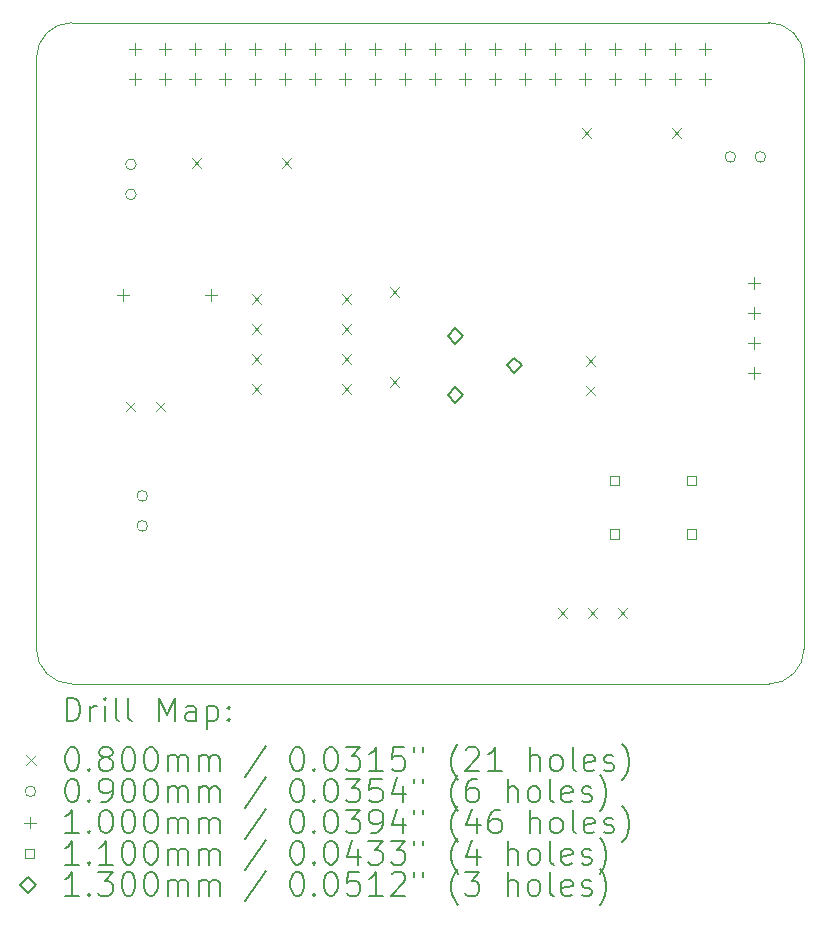
<source format=gbr>
%TF.GenerationSoftware,KiCad,Pcbnew,8.0.8*%
%TF.CreationDate,2025-05-07T16:47:29+03:00*%
%TF.ProjectId,Adacel,41646163-656c-42e6-9b69-6361645f7063,rev?*%
%TF.SameCoordinates,Original*%
%TF.FileFunction,Drillmap*%
%TF.FilePolarity,Positive*%
%FSLAX45Y45*%
G04 Gerber Fmt 4.5, Leading zero omitted, Abs format (unit mm)*
G04 Created by KiCad (PCBNEW 8.0.8) date 2025-05-07 16:47:29*
%MOMM*%
%LPD*%
G01*
G04 APERTURE LIST*
%ADD10C,0.100000*%
%ADD11C,0.200000*%
%ADD12C,0.110000*%
%ADD13C,0.130000*%
G04 APERTURE END LIST*
D10*
X16200000Y-4400000D02*
G75*
G02*
X16500000Y-4700000I0J-300000D01*
G01*
X16500000Y-9700000D02*
X16500000Y-4700000D01*
X10300000Y-10000000D02*
G75*
G02*
X10000000Y-9700000I0J300000D01*
G01*
X10300000Y-10000000D02*
X16200000Y-10000000D01*
X16500000Y-9700000D02*
G75*
G02*
X16200000Y-10000000I-300000J0D01*
G01*
X10000000Y-4700000D02*
G75*
G02*
X10300000Y-4400000I300000J0D01*
G01*
X10000000Y-4700000D02*
X10000000Y-9700000D01*
X16200000Y-4400000D02*
X10300000Y-4400000D01*
D11*
D10*
X10759000Y-7610000D02*
X10839000Y-7690000D01*
X10839000Y-7610000D02*
X10759000Y-7690000D01*
X11009000Y-7610000D02*
X11089000Y-7690000D01*
X11089000Y-7610000D02*
X11009000Y-7690000D01*
X11313800Y-5548000D02*
X11393800Y-5628000D01*
X11393800Y-5548000D02*
X11313800Y-5628000D01*
X11821800Y-6702000D02*
X11901800Y-6782000D01*
X11901800Y-6702000D02*
X11821800Y-6782000D01*
X11821800Y-6956000D02*
X11901800Y-7036000D01*
X11901800Y-6956000D02*
X11821800Y-7036000D01*
X11821800Y-7210000D02*
X11901800Y-7290000D01*
X11901800Y-7210000D02*
X11821800Y-7290000D01*
X11821800Y-7464000D02*
X11901800Y-7544000D01*
X11901800Y-7464000D02*
X11821800Y-7544000D01*
X12075800Y-5548000D02*
X12155800Y-5628000D01*
X12155800Y-5548000D02*
X12075800Y-5628000D01*
X12583800Y-6702000D02*
X12663800Y-6782000D01*
X12663800Y-6702000D02*
X12583800Y-6782000D01*
X12583800Y-6956000D02*
X12663800Y-7036000D01*
X12663800Y-6956000D02*
X12583800Y-7036000D01*
X12583800Y-7210000D02*
X12663800Y-7290000D01*
X12663800Y-7210000D02*
X12583800Y-7290000D01*
X12583800Y-7464000D02*
X12663800Y-7544000D01*
X12663800Y-7464000D02*
X12583800Y-7544000D01*
X12990200Y-6640200D02*
X13070200Y-6720200D01*
X13070200Y-6640200D02*
X12990200Y-6720200D01*
X12990200Y-7402200D02*
X13070200Y-7482200D01*
X13070200Y-7402200D02*
X12990200Y-7482200D01*
X14412600Y-9358000D02*
X14492600Y-9438000D01*
X14492600Y-9358000D02*
X14412600Y-9438000D01*
X14615800Y-5294000D02*
X14695800Y-5374000D01*
X14695800Y-5294000D02*
X14615800Y-5374000D01*
X14653900Y-7224400D02*
X14733900Y-7304400D01*
X14733900Y-7224400D02*
X14653900Y-7304400D01*
X14653900Y-7474400D02*
X14733900Y-7554400D01*
X14733900Y-7474400D02*
X14653900Y-7554400D01*
X14666600Y-9358000D02*
X14746600Y-9438000D01*
X14746600Y-9358000D02*
X14666600Y-9438000D01*
X14920600Y-9358000D02*
X15000600Y-9438000D01*
X15000600Y-9358000D02*
X14920600Y-9438000D01*
X15377800Y-5294000D02*
X15457800Y-5374000D01*
X15457800Y-5294000D02*
X15377800Y-5374000D01*
X10845000Y-5600000D02*
G75*
G02*
X10755000Y-5600000I-45000J0D01*
G01*
X10755000Y-5600000D02*
G75*
G02*
X10845000Y-5600000I45000J0D01*
G01*
X10845000Y-5854000D02*
G75*
G02*
X10755000Y-5854000I-45000J0D01*
G01*
X10755000Y-5854000D02*
G75*
G02*
X10845000Y-5854000I45000J0D01*
G01*
X10941600Y-8407400D02*
G75*
G02*
X10851600Y-8407400I-45000J0D01*
G01*
X10851600Y-8407400D02*
G75*
G02*
X10941600Y-8407400I45000J0D01*
G01*
X10941600Y-8661400D02*
G75*
G02*
X10851600Y-8661400I-45000J0D01*
G01*
X10851600Y-8661400D02*
G75*
G02*
X10941600Y-8661400I45000J0D01*
G01*
X15920500Y-5537200D02*
G75*
G02*
X15830500Y-5537200I-45000J0D01*
G01*
X15830500Y-5537200D02*
G75*
G02*
X15920500Y-5537200I45000J0D01*
G01*
X16174500Y-5537200D02*
G75*
G02*
X16084500Y-5537200I-45000J0D01*
G01*
X16084500Y-5537200D02*
G75*
G02*
X16174500Y-5537200I45000J0D01*
G01*
X10730800Y-6655600D02*
X10730800Y-6755600D01*
X10680800Y-6705600D02*
X10780800Y-6705600D01*
X10837000Y-4573000D02*
X10837000Y-4673000D01*
X10787000Y-4623000D02*
X10887000Y-4623000D01*
X10837000Y-4827000D02*
X10837000Y-4927000D01*
X10787000Y-4877000D02*
X10887000Y-4877000D01*
X11091000Y-4573000D02*
X11091000Y-4673000D01*
X11041000Y-4623000D02*
X11141000Y-4623000D01*
X11091000Y-4827000D02*
X11091000Y-4927000D01*
X11041000Y-4877000D02*
X11141000Y-4877000D01*
X11345000Y-4573000D02*
X11345000Y-4673000D01*
X11295000Y-4623000D02*
X11395000Y-4623000D01*
X11345000Y-4827000D02*
X11345000Y-4927000D01*
X11295000Y-4877000D02*
X11395000Y-4877000D01*
X11480800Y-6655600D02*
X11480800Y-6755600D01*
X11430800Y-6705600D02*
X11530800Y-6705600D01*
X11599000Y-4573000D02*
X11599000Y-4673000D01*
X11549000Y-4623000D02*
X11649000Y-4623000D01*
X11599000Y-4827000D02*
X11599000Y-4927000D01*
X11549000Y-4877000D02*
X11649000Y-4877000D01*
X11853000Y-4573000D02*
X11853000Y-4673000D01*
X11803000Y-4623000D02*
X11903000Y-4623000D01*
X11853000Y-4827000D02*
X11853000Y-4927000D01*
X11803000Y-4877000D02*
X11903000Y-4877000D01*
X12107000Y-4573000D02*
X12107000Y-4673000D01*
X12057000Y-4623000D02*
X12157000Y-4623000D01*
X12107000Y-4827000D02*
X12107000Y-4927000D01*
X12057000Y-4877000D02*
X12157000Y-4877000D01*
X12361000Y-4573000D02*
X12361000Y-4673000D01*
X12311000Y-4623000D02*
X12411000Y-4623000D01*
X12361000Y-4827000D02*
X12361000Y-4927000D01*
X12311000Y-4877000D02*
X12411000Y-4877000D01*
X12615000Y-4573000D02*
X12615000Y-4673000D01*
X12565000Y-4623000D02*
X12665000Y-4623000D01*
X12615000Y-4827000D02*
X12615000Y-4927000D01*
X12565000Y-4877000D02*
X12665000Y-4877000D01*
X12869000Y-4573000D02*
X12869000Y-4673000D01*
X12819000Y-4623000D02*
X12919000Y-4623000D01*
X12869000Y-4827000D02*
X12869000Y-4927000D01*
X12819000Y-4877000D02*
X12919000Y-4877000D01*
X13123000Y-4573000D02*
X13123000Y-4673000D01*
X13073000Y-4623000D02*
X13173000Y-4623000D01*
X13123000Y-4827000D02*
X13123000Y-4927000D01*
X13073000Y-4877000D02*
X13173000Y-4877000D01*
X13377000Y-4573000D02*
X13377000Y-4673000D01*
X13327000Y-4623000D02*
X13427000Y-4623000D01*
X13377000Y-4827000D02*
X13377000Y-4927000D01*
X13327000Y-4877000D02*
X13427000Y-4877000D01*
X13631000Y-4573000D02*
X13631000Y-4673000D01*
X13581000Y-4623000D02*
X13681000Y-4623000D01*
X13631000Y-4827000D02*
X13631000Y-4927000D01*
X13581000Y-4877000D02*
X13681000Y-4877000D01*
X13885000Y-4573000D02*
X13885000Y-4673000D01*
X13835000Y-4623000D02*
X13935000Y-4623000D01*
X13885000Y-4827000D02*
X13885000Y-4927000D01*
X13835000Y-4877000D02*
X13935000Y-4877000D01*
X14139000Y-4573000D02*
X14139000Y-4673000D01*
X14089000Y-4623000D02*
X14189000Y-4623000D01*
X14139000Y-4827000D02*
X14139000Y-4927000D01*
X14089000Y-4877000D02*
X14189000Y-4877000D01*
X14393000Y-4573000D02*
X14393000Y-4673000D01*
X14343000Y-4623000D02*
X14443000Y-4623000D01*
X14393000Y-4827000D02*
X14393000Y-4927000D01*
X14343000Y-4877000D02*
X14443000Y-4877000D01*
X14647000Y-4573000D02*
X14647000Y-4673000D01*
X14597000Y-4623000D02*
X14697000Y-4623000D01*
X14647000Y-4827000D02*
X14647000Y-4927000D01*
X14597000Y-4877000D02*
X14697000Y-4877000D01*
X14901000Y-4573000D02*
X14901000Y-4673000D01*
X14851000Y-4623000D02*
X14951000Y-4623000D01*
X14901000Y-4827000D02*
X14901000Y-4927000D01*
X14851000Y-4877000D02*
X14951000Y-4877000D01*
X15155000Y-4573000D02*
X15155000Y-4673000D01*
X15105000Y-4623000D02*
X15205000Y-4623000D01*
X15155000Y-4827000D02*
X15155000Y-4927000D01*
X15105000Y-4877000D02*
X15205000Y-4877000D01*
X15409000Y-4573000D02*
X15409000Y-4673000D01*
X15359000Y-4623000D02*
X15459000Y-4623000D01*
X15409000Y-4827000D02*
X15409000Y-4927000D01*
X15359000Y-4877000D02*
X15459000Y-4877000D01*
X15663000Y-4573000D02*
X15663000Y-4673000D01*
X15613000Y-4623000D02*
X15713000Y-4623000D01*
X15663000Y-4827000D02*
X15663000Y-4927000D01*
X15613000Y-4877000D02*
X15713000Y-4877000D01*
X16078200Y-6554000D02*
X16078200Y-6654000D01*
X16028200Y-6604000D02*
X16128200Y-6604000D01*
X16078200Y-6808000D02*
X16078200Y-6908000D01*
X16028200Y-6858000D02*
X16128200Y-6858000D01*
X16078200Y-7062000D02*
X16078200Y-7162000D01*
X16028200Y-7112000D02*
X16128200Y-7112000D01*
X16078200Y-7316000D02*
X16078200Y-7416000D01*
X16028200Y-7366000D02*
X16128200Y-7366000D01*
D12*
X14933691Y-8319291D02*
X14933691Y-8241509D01*
X14855909Y-8241509D01*
X14855909Y-8319291D01*
X14933691Y-8319291D01*
X14933691Y-8769291D02*
X14933691Y-8691509D01*
X14855909Y-8691509D01*
X14855909Y-8769291D01*
X14933691Y-8769291D01*
X15583691Y-8319291D02*
X15583691Y-8241509D01*
X15505909Y-8241509D01*
X15505909Y-8319291D01*
X15583691Y-8319291D01*
X15583691Y-8769291D02*
X15583691Y-8691509D01*
X15505909Y-8691509D01*
X15505909Y-8769291D01*
X15583691Y-8769291D01*
D13*
X13546200Y-7117500D02*
X13611200Y-7052500D01*
X13546200Y-6987500D01*
X13481200Y-7052500D01*
X13546200Y-7117500D01*
X13546200Y-7617500D02*
X13611200Y-7552500D01*
X13546200Y-7487500D01*
X13481200Y-7552500D01*
X13546200Y-7617500D01*
X14046200Y-7367500D02*
X14111200Y-7302500D01*
X14046200Y-7237500D01*
X13981200Y-7302500D01*
X14046200Y-7367500D01*
D11*
X10255777Y-10316484D02*
X10255777Y-10116484D01*
X10255777Y-10116484D02*
X10303396Y-10116484D01*
X10303396Y-10116484D02*
X10331967Y-10126008D01*
X10331967Y-10126008D02*
X10351015Y-10145055D01*
X10351015Y-10145055D02*
X10360539Y-10164103D01*
X10360539Y-10164103D02*
X10370063Y-10202198D01*
X10370063Y-10202198D02*
X10370063Y-10230770D01*
X10370063Y-10230770D02*
X10360539Y-10268865D01*
X10360539Y-10268865D02*
X10351015Y-10287912D01*
X10351015Y-10287912D02*
X10331967Y-10306960D01*
X10331967Y-10306960D02*
X10303396Y-10316484D01*
X10303396Y-10316484D02*
X10255777Y-10316484D01*
X10455777Y-10316484D02*
X10455777Y-10183150D01*
X10455777Y-10221246D02*
X10465301Y-10202198D01*
X10465301Y-10202198D02*
X10474824Y-10192674D01*
X10474824Y-10192674D02*
X10493872Y-10183150D01*
X10493872Y-10183150D02*
X10512920Y-10183150D01*
X10579586Y-10316484D02*
X10579586Y-10183150D01*
X10579586Y-10116484D02*
X10570063Y-10126008D01*
X10570063Y-10126008D02*
X10579586Y-10135531D01*
X10579586Y-10135531D02*
X10589110Y-10126008D01*
X10589110Y-10126008D02*
X10579586Y-10116484D01*
X10579586Y-10116484D02*
X10579586Y-10135531D01*
X10703396Y-10316484D02*
X10684348Y-10306960D01*
X10684348Y-10306960D02*
X10674824Y-10287912D01*
X10674824Y-10287912D02*
X10674824Y-10116484D01*
X10808158Y-10316484D02*
X10789110Y-10306960D01*
X10789110Y-10306960D02*
X10779586Y-10287912D01*
X10779586Y-10287912D02*
X10779586Y-10116484D01*
X11036729Y-10316484D02*
X11036729Y-10116484D01*
X11036729Y-10116484D02*
X11103396Y-10259341D01*
X11103396Y-10259341D02*
X11170063Y-10116484D01*
X11170063Y-10116484D02*
X11170063Y-10316484D01*
X11351015Y-10316484D02*
X11351015Y-10211722D01*
X11351015Y-10211722D02*
X11341491Y-10192674D01*
X11341491Y-10192674D02*
X11322443Y-10183150D01*
X11322443Y-10183150D02*
X11284348Y-10183150D01*
X11284348Y-10183150D02*
X11265301Y-10192674D01*
X11351015Y-10306960D02*
X11331967Y-10316484D01*
X11331967Y-10316484D02*
X11284348Y-10316484D01*
X11284348Y-10316484D02*
X11265301Y-10306960D01*
X11265301Y-10306960D02*
X11255777Y-10287912D01*
X11255777Y-10287912D02*
X11255777Y-10268865D01*
X11255777Y-10268865D02*
X11265301Y-10249817D01*
X11265301Y-10249817D02*
X11284348Y-10240293D01*
X11284348Y-10240293D02*
X11331967Y-10240293D01*
X11331967Y-10240293D02*
X11351015Y-10230770D01*
X11446253Y-10183150D02*
X11446253Y-10383150D01*
X11446253Y-10192674D02*
X11465301Y-10183150D01*
X11465301Y-10183150D02*
X11503396Y-10183150D01*
X11503396Y-10183150D02*
X11522443Y-10192674D01*
X11522443Y-10192674D02*
X11531967Y-10202198D01*
X11531967Y-10202198D02*
X11541491Y-10221246D01*
X11541491Y-10221246D02*
X11541491Y-10278389D01*
X11541491Y-10278389D02*
X11531967Y-10297436D01*
X11531967Y-10297436D02*
X11522443Y-10306960D01*
X11522443Y-10306960D02*
X11503396Y-10316484D01*
X11503396Y-10316484D02*
X11465301Y-10316484D01*
X11465301Y-10316484D02*
X11446253Y-10306960D01*
X11627205Y-10297436D02*
X11636729Y-10306960D01*
X11636729Y-10306960D02*
X11627205Y-10316484D01*
X11627205Y-10316484D02*
X11617682Y-10306960D01*
X11617682Y-10306960D02*
X11627205Y-10297436D01*
X11627205Y-10297436D02*
X11627205Y-10316484D01*
X11627205Y-10192674D02*
X11636729Y-10202198D01*
X11636729Y-10202198D02*
X11627205Y-10211722D01*
X11627205Y-10211722D02*
X11617682Y-10202198D01*
X11617682Y-10202198D02*
X11627205Y-10192674D01*
X11627205Y-10192674D02*
X11627205Y-10211722D01*
D10*
X9915000Y-10605000D02*
X9995000Y-10685000D01*
X9995000Y-10605000D02*
X9915000Y-10685000D01*
D11*
X10293872Y-10536484D02*
X10312920Y-10536484D01*
X10312920Y-10536484D02*
X10331967Y-10546008D01*
X10331967Y-10546008D02*
X10341491Y-10555531D01*
X10341491Y-10555531D02*
X10351015Y-10574579D01*
X10351015Y-10574579D02*
X10360539Y-10612674D01*
X10360539Y-10612674D02*
X10360539Y-10660293D01*
X10360539Y-10660293D02*
X10351015Y-10698389D01*
X10351015Y-10698389D02*
X10341491Y-10717436D01*
X10341491Y-10717436D02*
X10331967Y-10726960D01*
X10331967Y-10726960D02*
X10312920Y-10736484D01*
X10312920Y-10736484D02*
X10293872Y-10736484D01*
X10293872Y-10736484D02*
X10274824Y-10726960D01*
X10274824Y-10726960D02*
X10265301Y-10717436D01*
X10265301Y-10717436D02*
X10255777Y-10698389D01*
X10255777Y-10698389D02*
X10246253Y-10660293D01*
X10246253Y-10660293D02*
X10246253Y-10612674D01*
X10246253Y-10612674D02*
X10255777Y-10574579D01*
X10255777Y-10574579D02*
X10265301Y-10555531D01*
X10265301Y-10555531D02*
X10274824Y-10546008D01*
X10274824Y-10546008D02*
X10293872Y-10536484D01*
X10446253Y-10717436D02*
X10455777Y-10726960D01*
X10455777Y-10726960D02*
X10446253Y-10736484D01*
X10446253Y-10736484D02*
X10436729Y-10726960D01*
X10436729Y-10726960D02*
X10446253Y-10717436D01*
X10446253Y-10717436D02*
X10446253Y-10736484D01*
X10570063Y-10622198D02*
X10551015Y-10612674D01*
X10551015Y-10612674D02*
X10541491Y-10603150D01*
X10541491Y-10603150D02*
X10531967Y-10584103D01*
X10531967Y-10584103D02*
X10531967Y-10574579D01*
X10531967Y-10574579D02*
X10541491Y-10555531D01*
X10541491Y-10555531D02*
X10551015Y-10546008D01*
X10551015Y-10546008D02*
X10570063Y-10536484D01*
X10570063Y-10536484D02*
X10608158Y-10536484D01*
X10608158Y-10536484D02*
X10627205Y-10546008D01*
X10627205Y-10546008D02*
X10636729Y-10555531D01*
X10636729Y-10555531D02*
X10646253Y-10574579D01*
X10646253Y-10574579D02*
X10646253Y-10584103D01*
X10646253Y-10584103D02*
X10636729Y-10603150D01*
X10636729Y-10603150D02*
X10627205Y-10612674D01*
X10627205Y-10612674D02*
X10608158Y-10622198D01*
X10608158Y-10622198D02*
X10570063Y-10622198D01*
X10570063Y-10622198D02*
X10551015Y-10631722D01*
X10551015Y-10631722D02*
X10541491Y-10641246D01*
X10541491Y-10641246D02*
X10531967Y-10660293D01*
X10531967Y-10660293D02*
X10531967Y-10698389D01*
X10531967Y-10698389D02*
X10541491Y-10717436D01*
X10541491Y-10717436D02*
X10551015Y-10726960D01*
X10551015Y-10726960D02*
X10570063Y-10736484D01*
X10570063Y-10736484D02*
X10608158Y-10736484D01*
X10608158Y-10736484D02*
X10627205Y-10726960D01*
X10627205Y-10726960D02*
X10636729Y-10717436D01*
X10636729Y-10717436D02*
X10646253Y-10698389D01*
X10646253Y-10698389D02*
X10646253Y-10660293D01*
X10646253Y-10660293D02*
X10636729Y-10641246D01*
X10636729Y-10641246D02*
X10627205Y-10631722D01*
X10627205Y-10631722D02*
X10608158Y-10622198D01*
X10770063Y-10536484D02*
X10789110Y-10536484D01*
X10789110Y-10536484D02*
X10808158Y-10546008D01*
X10808158Y-10546008D02*
X10817682Y-10555531D01*
X10817682Y-10555531D02*
X10827205Y-10574579D01*
X10827205Y-10574579D02*
X10836729Y-10612674D01*
X10836729Y-10612674D02*
X10836729Y-10660293D01*
X10836729Y-10660293D02*
X10827205Y-10698389D01*
X10827205Y-10698389D02*
X10817682Y-10717436D01*
X10817682Y-10717436D02*
X10808158Y-10726960D01*
X10808158Y-10726960D02*
X10789110Y-10736484D01*
X10789110Y-10736484D02*
X10770063Y-10736484D01*
X10770063Y-10736484D02*
X10751015Y-10726960D01*
X10751015Y-10726960D02*
X10741491Y-10717436D01*
X10741491Y-10717436D02*
X10731967Y-10698389D01*
X10731967Y-10698389D02*
X10722444Y-10660293D01*
X10722444Y-10660293D02*
X10722444Y-10612674D01*
X10722444Y-10612674D02*
X10731967Y-10574579D01*
X10731967Y-10574579D02*
X10741491Y-10555531D01*
X10741491Y-10555531D02*
X10751015Y-10546008D01*
X10751015Y-10546008D02*
X10770063Y-10536484D01*
X10960539Y-10536484D02*
X10979586Y-10536484D01*
X10979586Y-10536484D02*
X10998634Y-10546008D01*
X10998634Y-10546008D02*
X11008158Y-10555531D01*
X11008158Y-10555531D02*
X11017682Y-10574579D01*
X11017682Y-10574579D02*
X11027205Y-10612674D01*
X11027205Y-10612674D02*
X11027205Y-10660293D01*
X11027205Y-10660293D02*
X11017682Y-10698389D01*
X11017682Y-10698389D02*
X11008158Y-10717436D01*
X11008158Y-10717436D02*
X10998634Y-10726960D01*
X10998634Y-10726960D02*
X10979586Y-10736484D01*
X10979586Y-10736484D02*
X10960539Y-10736484D01*
X10960539Y-10736484D02*
X10941491Y-10726960D01*
X10941491Y-10726960D02*
X10931967Y-10717436D01*
X10931967Y-10717436D02*
X10922444Y-10698389D01*
X10922444Y-10698389D02*
X10912920Y-10660293D01*
X10912920Y-10660293D02*
X10912920Y-10612674D01*
X10912920Y-10612674D02*
X10922444Y-10574579D01*
X10922444Y-10574579D02*
X10931967Y-10555531D01*
X10931967Y-10555531D02*
X10941491Y-10546008D01*
X10941491Y-10546008D02*
X10960539Y-10536484D01*
X11112920Y-10736484D02*
X11112920Y-10603150D01*
X11112920Y-10622198D02*
X11122444Y-10612674D01*
X11122444Y-10612674D02*
X11141491Y-10603150D01*
X11141491Y-10603150D02*
X11170063Y-10603150D01*
X11170063Y-10603150D02*
X11189110Y-10612674D01*
X11189110Y-10612674D02*
X11198634Y-10631722D01*
X11198634Y-10631722D02*
X11198634Y-10736484D01*
X11198634Y-10631722D02*
X11208158Y-10612674D01*
X11208158Y-10612674D02*
X11227205Y-10603150D01*
X11227205Y-10603150D02*
X11255777Y-10603150D01*
X11255777Y-10603150D02*
X11274824Y-10612674D01*
X11274824Y-10612674D02*
X11284348Y-10631722D01*
X11284348Y-10631722D02*
X11284348Y-10736484D01*
X11379586Y-10736484D02*
X11379586Y-10603150D01*
X11379586Y-10622198D02*
X11389110Y-10612674D01*
X11389110Y-10612674D02*
X11408158Y-10603150D01*
X11408158Y-10603150D02*
X11436729Y-10603150D01*
X11436729Y-10603150D02*
X11455777Y-10612674D01*
X11455777Y-10612674D02*
X11465301Y-10631722D01*
X11465301Y-10631722D02*
X11465301Y-10736484D01*
X11465301Y-10631722D02*
X11474824Y-10612674D01*
X11474824Y-10612674D02*
X11493872Y-10603150D01*
X11493872Y-10603150D02*
X11522443Y-10603150D01*
X11522443Y-10603150D02*
X11541491Y-10612674D01*
X11541491Y-10612674D02*
X11551015Y-10631722D01*
X11551015Y-10631722D02*
X11551015Y-10736484D01*
X11941491Y-10526960D02*
X11770063Y-10784103D01*
X12198634Y-10536484D02*
X12217682Y-10536484D01*
X12217682Y-10536484D02*
X12236729Y-10546008D01*
X12236729Y-10546008D02*
X12246253Y-10555531D01*
X12246253Y-10555531D02*
X12255777Y-10574579D01*
X12255777Y-10574579D02*
X12265301Y-10612674D01*
X12265301Y-10612674D02*
X12265301Y-10660293D01*
X12265301Y-10660293D02*
X12255777Y-10698389D01*
X12255777Y-10698389D02*
X12246253Y-10717436D01*
X12246253Y-10717436D02*
X12236729Y-10726960D01*
X12236729Y-10726960D02*
X12217682Y-10736484D01*
X12217682Y-10736484D02*
X12198634Y-10736484D01*
X12198634Y-10736484D02*
X12179586Y-10726960D01*
X12179586Y-10726960D02*
X12170063Y-10717436D01*
X12170063Y-10717436D02*
X12160539Y-10698389D01*
X12160539Y-10698389D02*
X12151015Y-10660293D01*
X12151015Y-10660293D02*
X12151015Y-10612674D01*
X12151015Y-10612674D02*
X12160539Y-10574579D01*
X12160539Y-10574579D02*
X12170063Y-10555531D01*
X12170063Y-10555531D02*
X12179586Y-10546008D01*
X12179586Y-10546008D02*
X12198634Y-10536484D01*
X12351015Y-10717436D02*
X12360539Y-10726960D01*
X12360539Y-10726960D02*
X12351015Y-10736484D01*
X12351015Y-10736484D02*
X12341491Y-10726960D01*
X12341491Y-10726960D02*
X12351015Y-10717436D01*
X12351015Y-10717436D02*
X12351015Y-10736484D01*
X12484348Y-10536484D02*
X12503396Y-10536484D01*
X12503396Y-10536484D02*
X12522444Y-10546008D01*
X12522444Y-10546008D02*
X12531967Y-10555531D01*
X12531967Y-10555531D02*
X12541491Y-10574579D01*
X12541491Y-10574579D02*
X12551015Y-10612674D01*
X12551015Y-10612674D02*
X12551015Y-10660293D01*
X12551015Y-10660293D02*
X12541491Y-10698389D01*
X12541491Y-10698389D02*
X12531967Y-10717436D01*
X12531967Y-10717436D02*
X12522444Y-10726960D01*
X12522444Y-10726960D02*
X12503396Y-10736484D01*
X12503396Y-10736484D02*
X12484348Y-10736484D01*
X12484348Y-10736484D02*
X12465301Y-10726960D01*
X12465301Y-10726960D02*
X12455777Y-10717436D01*
X12455777Y-10717436D02*
X12446253Y-10698389D01*
X12446253Y-10698389D02*
X12436729Y-10660293D01*
X12436729Y-10660293D02*
X12436729Y-10612674D01*
X12436729Y-10612674D02*
X12446253Y-10574579D01*
X12446253Y-10574579D02*
X12455777Y-10555531D01*
X12455777Y-10555531D02*
X12465301Y-10546008D01*
X12465301Y-10546008D02*
X12484348Y-10536484D01*
X12617682Y-10536484D02*
X12741491Y-10536484D01*
X12741491Y-10536484D02*
X12674825Y-10612674D01*
X12674825Y-10612674D02*
X12703396Y-10612674D01*
X12703396Y-10612674D02*
X12722444Y-10622198D01*
X12722444Y-10622198D02*
X12731967Y-10631722D01*
X12731967Y-10631722D02*
X12741491Y-10650770D01*
X12741491Y-10650770D02*
X12741491Y-10698389D01*
X12741491Y-10698389D02*
X12731967Y-10717436D01*
X12731967Y-10717436D02*
X12722444Y-10726960D01*
X12722444Y-10726960D02*
X12703396Y-10736484D01*
X12703396Y-10736484D02*
X12646253Y-10736484D01*
X12646253Y-10736484D02*
X12627206Y-10726960D01*
X12627206Y-10726960D02*
X12617682Y-10717436D01*
X12931967Y-10736484D02*
X12817682Y-10736484D01*
X12874825Y-10736484D02*
X12874825Y-10536484D01*
X12874825Y-10536484D02*
X12855777Y-10565055D01*
X12855777Y-10565055D02*
X12836729Y-10584103D01*
X12836729Y-10584103D02*
X12817682Y-10593627D01*
X13112920Y-10536484D02*
X13017682Y-10536484D01*
X13017682Y-10536484D02*
X13008158Y-10631722D01*
X13008158Y-10631722D02*
X13017682Y-10622198D01*
X13017682Y-10622198D02*
X13036729Y-10612674D01*
X13036729Y-10612674D02*
X13084348Y-10612674D01*
X13084348Y-10612674D02*
X13103396Y-10622198D01*
X13103396Y-10622198D02*
X13112920Y-10631722D01*
X13112920Y-10631722D02*
X13122444Y-10650770D01*
X13122444Y-10650770D02*
X13122444Y-10698389D01*
X13122444Y-10698389D02*
X13112920Y-10717436D01*
X13112920Y-10717436D02*
X13103396Y-10726960D01*
X13103396Y-10726960D02*
X13084348Y-10736484D01*
X13084348Y-10736484D02*
X13036729Y-10736484D01*
X13036729Y-10736484D02*
X13017682Y-10726960D01*
X13017682Y-10726960D02*
X13008158Y-10717436D01*
X13198634Y-10536484D02*
X13198634Y-10574579D01*
X13274825Y-10536484D02*
X13274825Y-10574579D01*
X13570063Y-10812674D02*
X13560539Y-10803150D01*
X13560539Y-10803150D02*
X13541491Y-10774579D01*
X13541491Y-10774579D02*
X13531968Y-10755531D01*
X13531968Y-10755531D02*
X13522444Y-10726960D01*
X13522444Y-10726960D02*
X13512920Y-10679341D01*
X13512920Y-10679341D02*
X13512920Y-10641246D01*
X13512920Y-10641246D02*
X13522444Y-10593627D01*
X13522444Y-10593627D02*
X13531968Y-10565055D01*
X13531968Y-10565055D02*
X13541491Y-10546008D01*
X13541491Y-10546008D02*
X13560539Y-10517436D01*
X13560539Y-10517436D02*
X13570063Y-10507912D01*
X13636729Y-10555531D02*
X13646253Y-10546008D01*
X13646253Y-10546008D02*
X13665301Y-10536484D01*
X13665301Y-10536484D02*
X13712920Y-10536484D01*
X13712920Y-10536484D02*
X13731968Y-10546008D01*
X13731968Y-10546008D02*
X13741491Y-10555531D01*
X13741491Y-10555531D02*
X13751015Y-10574579D01*
X13751015Y-10574579D02*
X13751015Y-10593627D01*
X13751015Y-10593627D02*
X13741491Y-10622198D01*
X13741491Y-10622198D02*
X13627206Y-10736484D01*
X13627206Y-10736484D02*
X13751015Y-10736484D01*
X13941491Y-10736484D02*
X13827206Y-10736484D01*
X13884348Y-10736484D02*
X13884348Y-10536484D01*
X13884348Y-10536484D02*
X13865301Y-10565055D01*
X13865301Y-10565055D02*
X13846253Y-10584103D01*
X13846253Y-10584103D02*
X13827206Y-10593627D01*
X14179587Y-10736484D02*
X14179587Y-10536484D01*
X14265301Y-10736484D02*
X14265301Y-10631722D01*
X14265301Y-10631722D02*
X14255777Y-10612674D01*
X14255777Y-10612674D02*
X14236730Y-10603150D01*
X14236730Y-10603150D02*
X14208158Y-10603150D01*
X14208158Y-10603150D02*
X14189110Y-10612674D01*
X14189110Y-10612674D02*
X14179587Y-10622198D01*
X14389110Y-10736484D02*
X14370063Y-10726960D01*
X14370063Y-10726960D02*
X14360539Y-10717436D01*
X14360539Y-10717436D02*
X14351015Y-10698389D01*
X14351015Y-10698389D02*
X14351015Y-10641246D01*
X14351015Y-10641246D02*
X14360539Y-10622198D01*
X14360539Y-10622198D02*
X14370063Y-10612674D01*
X14370063Y-10612674D02*
X14389110Y-10603150D01*
X14389110Y-10603150D02*
X14417682Y-10603150D01*
X14417682Y-10603150D02*
X14436730Y-10612674D01*
X14436730Y-10612674D02*
X14446253Y-10622198D01*
X14446253Y-10622198D02*
X14455777Y-10641246D01*
X14455777Y-10641246D02*
X14455777Y-10698389D01*
X14455777Y-10698389D02*
X14446253Y-10717436D01*
X14446253Y-10717436D02*
X14436730Y-10726960D01*
X14436730Y-10726960D02*
X14417682Y-10736484D01*
X14417682Y-10736484D02*
X14389110Y-10736484D01*
X14570063Y-10736484D02*
X14551015Y-10726960D01*
X14551015Y-10726960D02*
X14541491Y-10707912D01*
X14541491Y-10707912D02*
X14541491Y-10536484D01*
X14722444Y-10726960D02*
X14703396Y-10736484D01*
X14703396Y-10736484D02*
X14665301Y-10736484D01*
X14665301Y-10736484D02*
X14646253Y-10726960D01*
X14646253Y-10726960D02*
X14636730Y-10707912D01*
X14636730Y-10707912D02*
X14636730Y-10631722D01*
X14636730Y-10631722D02*
X14646253Y-10612674D01*
X14646253Y-10612674D02*
X14665301Y-10603150D01*
X14665301Y-10603150D02*
X14703396Y-10603150D01*
X14703396Y-10603150D02*
X14722444Y-10612674D01*
X14722444Y-10612674D02*
X14731968Y-10631722D01*
X14731968Y-10631722D02*
X14731968Y-10650770D01*
X14731968Y-10650770D02*
X14636730Y-10669817D01*
X14808158Y-10726960D02*
X14827206Y-10736484D01*
X14827206Y-10736484D02*
X14865301Y-10736484D01*
X14865301Y-10736484D02*
X14884349Y-10726960D01*
X14884349Y-10726960D02*
X14893872Y-10707912D01*
X14893872Y-10707912D02*
X14893872Y-10698389D01*
X14893872Y-10698389D02*
X14884349Y-10679341D01*
X14884349Y-10679341D02*
X14865301Y-10669817D01*
X14865301Y-10669817D02*
X14836730Y-10669817D01*
X14836730Y-10669817D02*
X14817682Y-10660293D01*
X14817682Y-10660293D02*
X14808158Y-10641246D01*
X14808158Y-10641246D02*
X14808158Y-10631722D01*
X14808158Y-10631722D02*
X14817682Y-10612674D01*
X14817682Y-10612674D02*
X14836730Y-10603150D01*
X14836730Y-10603150D02*
X14865301Y-10603150D01*
X14865301Y-10603150D02*
X14884349Y-10612674D01*
X14960539Y-10812674D02*
X14970063Y-10803150D01*
X14970063Y-10803150D02*
X14989111Y-10774579D01*
X14989111Y-10774579D02*
X14998634Y-10755531D01*
X14998634Y-10755531D02*
X15008158Y-10726960D01*
X15008158Y-10726960D02*
X15017682Y-10679341D01*
X15017682Y-10679341D02*
X15017682Y-10641246D01*
X15017682Y-10641246D02*
X15008158Y-10593627D01*
X15008158Y-10593627D02*
X14998634Y-10565055D01*
X14998634Y-10565055D02*
X14989111Y-10546008D01*
X14989111Y-10546008D02*
X14970063Y-10517436D01*
X14970063Y-10517436D02*
X14960539Y-10507912D01*
D10*
X9995000Y-10909000D02*
G75*
G02*
X9905000Y-10909000I-45000J0D01*
G01*
X9905000Y-10909000D02*
G75*
G02*
X9995000Y-10909000I45000J0D01*
G01*
D11*
X10293872Y-10800484D02*
X10312920Y-10800484D01*
X10312920Y-10800484D02*
X10331967Y-10810008D01*
X10331967Y-10810008D02*
X10341491Y-10819531D01*
X10341491Y-10819531D02*
X10351015Y-10838579D01*
X10351015Y-10838579D02*
X10360539Y-10876674D01*
X10360539Y-10876674D02*
X10360539Y-10924293D01*
X10360539Y-10924293D02*
X10351015Y-10962389D01*
X10351015Y-10962389D02*
X10341491Y-10981436D01*
X10341491Y-10981436D02*
X10331967Y-10990960D01*
X10331967Y-10990960D02*
X10312920Y-11000484D01*
X10312920Y-11000484D02*
X10293872Y-11000484D01*
X10293872Y-11000484D02*
X10274824Y-10990960D01*
X10274824Y-10990960D02*
X10265301Y-10981436D01*
X10265301Y-10981436D02*
X10255777Y-10962389D01*
X10255777Y-10962389D02*
X10246253Y-10924293D01*
X10246253Y-10924293D02*
X10246253Y-10876674D01*
X10246253Y-10876674D02*
X10255777Y-10838579D01*
X10255777Y-10838579D02*
X10265301Y-10819531D01*
X10265301Y-10819531D02*
X10274824Y-10810008D01*
X10274824Y-10810008D02*
X10293872Y-10800484D01*
X10446253Y-10981436D02*
X10455777Y-10990960D01*
X10455777Y-10990960D02*
X10446253Y-11000484D01*
X10446253Y-11000484D02*
X10436729Y-10990960D01*
X10436729Y-10990960D02*
X10446253Y-10981436D01*
X10446253Y-10981436D02*
X10446253Y-11000484D01*
X10551015Y-11000484D02*
X10589110Y-11000484D01*
X10589110Y-11000484D02*
X10608158Y-10990960D01*
X10608158Y-10990960D02*
X10617682Y-10981436D01*
X10617682Y-10981436D02*
X10636729Y-10952865D01*
X10636729Y-10952865D02*
X10646253Y-10914770D01*
X10646253Y-10914770D02*
X10646253Y-10838579D01*
X10646253Y-10838579D02*
X10636729Y-10819531D01*
X10636729Y-10819531D02*
X10627205Y-10810008D01*
X10627205Y-10810008D02*
X10608158Y-10800484D01*
X10608158Y-10800484D02*
X10570063Y-10800484D01*
X10570063Y-10800484D02*
X10551015Y-10810008D01*
X10551015Y-10810008D02*
X10541491Y-10819531D01*
X10541491Y-10819531D02*
X10531967Y-10838579D01*
X10531967Y-10838579D02*
X10531967Y-10886198D01*
X10531967Y-10886198D02*
X10541491Y-10905246D01*
X10541491Y-10905246D02*
X10551015Y-10914770D01*
X10551015Y-10914770D02*
X10570063Y-10924293D01*
X10570063Y-10924293D02*
X10608158Y-10924293D01*
X10608158Y-10924293D02*
X10627205Y-10914770D01*
X10627205Y-10914770D02*
X10636729Y-10905246D01*
X10636729Y-10905246D02*
X10646253Y-10886198D01*
X10770063Y-10800484D02*
X10789110Y-10800484D01*
X10789110Y-10800484D02*
X10808158Y-10810008D01*
X10808158Y-10810008D02*
X10817682Y-10819531D01*
X10817682Y-10819531D02*
X10827205Y-10838579D01*
X10827205Y-10838579D02*
X10836729Y-10876674D01*
X10836729Y-10876674D02*
X10836729Y-10924293D01*
X10836729Y-10924293D02*
X10827205Y-10962389D01*
X10827205Y-10962389D02*
X10817682Y-10981436D01*
X10817682Y-10981436D02*
X10808158Y-10990960D01*
X10808158Y-10990960D02*
X10789110Y-11000484D01*
X10789110Y-11000484D02*
X10770063Y-11000484D01*
X10770063Y-11000484D02*
X10751015Y-10990960D01*
X10751015Y-10990960D02*
X10741491Y-10981436D01*
X10741491Y-10981436D02*
X10731967Y-10962389D01*
X10731967Y-10962389D02*
X10722444Y-10924293D01*
X10722444Y-10924293D02*
X10722444Y-10876674D01*
X10722444Y-10876674D02*
X10731967Y-10838579D01*
X10731967Y-10838579D02*
X10741491Y-10819531D01*
X10741491Y-10819531D02*
X10751015Y-10810008D01*
X10751015Y-10810008D02*
X10770063Y-10800484D01*
X10960539Y-10800484D02*
X10979586Y-10800484D01*
X10979586Y-10800484D02*
X10998634Y-10810008D01*
X10998634Y-10810008D02*
X11008158Y-10819531D01*
X11008158Y-10819531D02*
X11017682Y-10838579D01*
X11017682Y-10838579D02*
X11027205Y-10876674D01*
X11027205Y-10876674D02*
X11027205Y-10924293D01*
X11027205Y-10924293D02*
X11017682Y-10962389D01*
X11017682Y-10962389D02*
X11008158Y-10981436D01*
X11008158Y-10981436D02*
X10998634Y-10990960D01*
X10998634Y-10990960D02*
X10979586Y-11000484D01*
X10979586Y-11000484D02*
X10960539Y-11000484D01*
X10960539Y-11000484D02*
X10941491Y-10990960D01*
X10941491Y-10990960D02*
X10931967Y-10981436D01*
X10931967Y-10981436D02*
X10922444Y-10962389D01*
X10922444Y-10962389D02*
X10912920Y-10924293D01*
X10912920Y-10924293D02*
X10912920Y-10876674D01*
X10912920Y-10876674D02*
X10922444Y-10838579D01*
X10922444Y-10838579D02*
X10931967Y-10819531D01*
X10931967Y-10819531D02*
X10941491Y-10810008D01*
X10941491Y-10810008D02*
X10960539Y-10800484D01*
X11112920Y-11000484D02*
X11112920Y-10867150D01*
X11112920Y-10886198D02*
X11122444Y-10876674D01*
X11122444Y-10876674D02*
X11141491Y-10867150D01*
X11141491Y-10867150D02*
X11170063Y-10867150D01*
X11170063Y-10867150D02*
X11189110Y-10876674D01*
X11189110Y-10876674D02*
X11198634Y-10895722D01*
X11198634Y-10895722D02*
X11198634Y-11000484D01*
X11198634Y-10895722D02*
X11208158Y-10876674D01*
X11208158Y-10876674D02*
X11227205Y-10867150D01*
X11227205Y-10867150D02*
X11255777Y-10867150D01*
X11255777Y-10867150D02*
X11274824Y-10876674D01*
X11274824Y-10876674D02*
X11284348Y-10895722D01*
X11284348Y-10895722D02*
X11284348Y-11000484D01*
X11379586Y-11000484D02*
X11379586Y-10867150D01*
X11379586Y-10886198D02*
X11389110Y-10876674D01*
X11389110Y-10876674D02*
X11408158Y-10867150D01*
X11408158Y-10867150D02*
X11436729Y-10867150D01*
X11436729Y-10867150D02*
X11455777Y-10876674D01*
X11455777Y-10876674D02*
X11465301Y-10895722D01*
X11465301Y-10895722D02*
X11465301Y-11000484D01*
X11465301Y-10895722D02*
X11474824Y-10876674D01*
X11474824Y-10876674D02*
X11493872Y-10867150D01*
X11493872Y-10867150D02*
X11522443Y-10867150D01*
X11522443Y-10867150D02*
X11541491Y-10876674D01*
X11541491Y-10876674D02*
X11551015Y-10895722D01*
X11551015Y-10895722D02*
X11551015Y-11000484D01*
X11941491Y-10790960D02*
X11770063Y-11048103D01*
X12198634Y-10800484D02*
X12217682Y-10800484D01*
X12217682Y-10800484D02*
X12236729Y-10810008D01*
X12236729Y-10810008D02*
X12246253Y-10819531D01*
X12246253Y-10819531D02*
X12255777Y-10838579D01*
X12255777Y-10838579D02*
X12265301Y-10876674D01*
X12265301Y-10876674D02*
X12265301Y-10924293D01*
X12265301Y-10924293D02*
X12255777Y-10962389D01*
X12255777Y-10962389D02*
X12246253Y-10981436D01*
X12246253Y-10981436D02*
X12236729Y-10990960D01*
X12236729Y-10990960D02*
X12217682Y-11000484D01*
X12217682Y-11000484D02*
X12198634Y-11000484D01*
X12198634Y-11000484D02*
X12179586Y-10990960D01*
X12179586Y-10990960D02*
X12170063Y-10981436D01*
X12170063Y-10981436D02*
X12160539Y-10962389D01*
X12160539Y-10962389D02*
X12151015Y-10924293D01*
X12151015Y-10924293D02*
X12151015Y-10876674D01*
X12151015Y-10876674D02*
X12160539Y-10838579D01*
X12160539Y-10838579D02*
X12170063Y-10819531D01*
X12170063Y-10819531D02*
X12179586Y-10810008D01*
X12179586Y-10810008D02*
X12198634Y-10800484D01*
X12351015Y-10981436D02*
X12360539Y-10990960D01*
X12360539Y-10990960D02*
X12351015Y-11000484D01*
X12351015Y-11000484D02*
X12341491Y-10990960D01*
X12341491Y-10990960D02*
X12351015Y-10981436D01*
X12351015Y-10981436D02*
X12351015Y-11000484D01*
X12484348Y-10800484D02*
X12503396Y-10800484D01*
X12503396Y-10800484D02*
X12522444Y-10810008D01*
X12522444Y-10810008D02*
X12531967Y-10819531D01*
X12531967Y-10819531D02*
X12541491Y-10838579D01*
X12541491Y-10838579D02*
X12551015Y-10876674D01*
X12551015Y-10876674D02*
X12551015Y-10924293D01*
X12551015Y-10924293D02*
X12541491Y-10962389D01*
X12541491Y-10962389D02*
X12531967Y-10981436D01*
X12531967Y-10981436D02*
X12522444Y-10990960D01*
X12522444Y-10990960D02*
X12503396Y-11000484D01*
X12503396Y-11000484D02*
X12484348Y-11000484D01*
X12484348Y-11000484D02*
X12465301Y-10990960D01*
X12465301Y-10990960D02*
X12455777Y-10981436D01*
X12455777Y-10981436D02*
X12446253Y-10962389D01*
X12446253Y-10962389D02*
X12436729Y-10924293D01*
X12436729Y-10924293D02*
X12436729Y-10876674D01*
X12436729Y-10876674D02*
X12446253Y-10838579D01*
X12446253Y-10838579D02*
X12455777Y-10819531D01*
X12455777Y-10819531D02*
X12465301Y-10810008D01*
X12465301Y-10810008D02*
X12484348Y-10800484D01*
X12617682Y-10800484D02*
X12741491Y-10800484D01*
X12741491Y-10800484D02*
X12674825Y-10876674D01*
X12674825Y-10876674D02*
X12703396Y-10876674D01*
X12703396Y-10876674D02*
X12722444Y-10886198D01*
X12722444Y-10886198D02*
X12731967Y-10895722D01*
X12731967Y-10895722D02*
X12741491Y-10914770D01*
X12741491Y-10914770D02*
X12741491Y-10962389D01*
X12741491Y-10962389D02*
X12731967Y-10981436D01*
X12731967Y-10981436D02*
X12722444Y-10990960D01*
X12722444Y-10990960D02*
X12703396Y-11000484D01*
X12703396Y-11000484D02*
X12646253Y-11000484D01*
X12646253Y-11000484D02*
X12627206Y-10990960D01*
X12627206Y-10990960D02*
X12617682Y-10981436D01*
X12922444Y-10800484D02*
X12827206Y-10800484D01*
X12827206Y-10800484D02*
X12817682Y-10895722D01*
X12817682Y-10895722D02*
X12827206Y-10886198D01*
X12827206Y-10886198D02*
X12846253Y-10876674D01*
X12846253Y-10876674D02*
X12893872Y-10876674D01*
X12893872Y-10876674D02*
X12912920Y-10886198D01*
X12912920Y-10886198D02*
X12922444Y-10895722D01*
X12922444Y-10895722D02*
X12931967Y-10914770D01*
X12931967Y-10914770D02*
X12931967Y-10962389D01*
X12931967Y-10962389D02*
X12922444Y-10981436D01*
X12922444Y-10981436D02*
X12912920Y-10990960D01*
X12912920Y-10990960D02*
X12893872Y-11000484D01*
X12893872Y-11000484D02*
X12846253Y-11000484D01*
X12846253Y-11000484D02*
X12827206Y-10990960D01*
X12827206Y-10990960D02*
X12817682Y-10981436D01*
X13103396Y-10867150D02*
X13103396Y-11000484D01*
X13055777Y-10790960D02*
X13008158Y-10933817D01*
X13008158Y-10933817D02*
X13131967Y-10933817D01*
X13198634Y-10800484D02*
X13198634Y-10838579D01*
X13274825Y-10800484D02*
X13274825Y-10838579D01*
X13570063Y-11076674D02*
X13560539Y-11067150D01*
X13560539Y-11067150D02*
X13541491Y-11038579D01*
X13541491Y-11038579D02*
X13531968Y-11019531D01*
X13531968Y-11019531D02*
X13522444Y-10990960D01*
X13522444Y-10990960D02*
X13512920Y-10943341D01*
X13512920Y-10943341D02*
X13512920Y-10905246D01*
X13512920Y-10905246D02*
X13522444Y-10857627D01*
X13522444Y-10857627D02*
X13531968Y-10829055D01*
X13531968Y-10829055D02*
X13541491Y-10810008D01*
X13541491Y-10810008D02*
X13560539Y-10781436D01*
X13560539Y-10781436D02*
X13570063Y-10771912D01*
X13731968Y-10800484D02*
X13693872Y-10800484D01*
X13693872Y-10800484D02*
X13674825Y-10810008D01*
X13674825Y-10810008D02*
X13665301Y-10819531D01*
X13665301Y-10819531D02*
X13646253Y-10848103D01*
X13646253Y-10848103D02*
X13636729Y-10886198D01*
X13636729Y-10886198D02*
X13636729Y-10962389D01*
X13636729Y-10962389D02*
X13646253Y-10981436D01*
X13646253Y-10981436D02*
X13655777Y-10990960D01*
X13655777Y-10990960D02*
X13674825Y-11000484D01*
X13674825Y-11000484D02*
X13712920Y-11000484D01*
X13712920Y-11000484D02*
X13731968Y-10990960D01*
X13731968Y-10990960D02*
X13741491Y-10981436D01*
X13741491Y-10981436D02*
X13751015Y-10962389D01*
X13751015Y-10962389D02*
X13751015Y-10914770D01*
X13751015Y-10914770D02*
X13741491Y-10895722D01*
X13741491Y-10895722D02*
X13731968Y-10886198D01*
X13731968Y-10886198D02*
X13712920Y-10876674D01*
X13712920Y-10876674D02*
X13674825Y-10876674D01*
X13674825Y-10876674D02*
X13655777Y-10886198D01*
X13655777Y-10886198D02*
X13646253Y-10895722D01*
X13646253Y-10895722D02*
X13636729Y-10914770D01*
X13989110Y-11000484D02*
X13989110Y-10800484D01*
X14074825Y-11000484D02*
X14074825Y-10895722D01*
X14074825Y-10895722D02*
X14065301Y-10876674D01*
X14065301Y-10876674D02*
X14046253Y-10867150D01*
X14046253Y-10867150D02*
X14017682Y-10867150D01*
X14017682Y-10867150D02*
X13998634Y-10876674D01*
X13998634Y-10876674D02*
X13989110Y-10886198D01*
X14198634Y-11000484D02*
X14179587Y-10990960D01*
X14179587Y-10990960D02*
X14170063Y-10981436D01*
X14170063Y-10981436D02*
X14160539Y-10962389D01*
X14160539Y-10962389D02*
X14160539Y-10905246D01*
X14160539Y-10905246D02*
X14170063Y-10886198D01*
X14170063Y-10886198D02*
X14179587Y-10876674D01*
X14179587Y-10876674D02*
X14198634Y-10867150D01*
X14198634Y-10867150D02*
X14227206Y-10867150D01*
X14227206Y-10867150D02*
X14246253Y-10876674D01*
X14246253Y-10876674D02*
X14255777Y-10886198D01*
X14255777Y-10886198D02*
X14265301Y-10905246D01*
X14265301Y-10905246D02*
X14265301Y-10962389D01*
X14265301Y-10962389D02*
X14255777Y-10981436D01*
X14255777Y-10981436D02*
X14246253Y-10990960D01*
X14246253Y-10990960D02*
X14227206Y-11000484D01*
X14227206Y-11000484D02*
X14198634Y-11000484D01*
X14379587Y-11000484D02*
X14360539Y-10990960D01*
X14360539Y-10990960D02*
X14351015Y-10971912D01*
X14351015Y-10971912D02*
X14351015Y-10800484D01*
X14531968Y-10990960D02*
X14512920Y-11000484D01*
X14512920Y-11000484D02*
X14474825Y-11000484D01*
X14474825Y-11000484D02*
X14455777Y-10990960D01*
X14455777Y-10990960D02*
X14446253Y-10971912D01*
X14446253Y-10971912D02*
X14446253Y-10895722D01*
X14446253Y-10895722D02*
X14455777Y-10876674D01*
X14455777Y-10876674D02*
X14474825Y-10867150D01*
X14474825Y-10867150D02*
X14512920Y-10867150D01*
X14512920Y-10867150D02*
X14531968Y-10876674D01*
X14531968Y-10876674D02*
X14541491Y-10895722D01*
X14541491Y-10895722D02*
X14541491Y-10914770D01*
X14541491Y-10914770D02*
X14446253Y-10933817D01*
X14617682Y-10990960D02*
X14636730Y-11000484D01*
X14636730Y-11000484D02*
X14674825Y-11000484D01*
X14674825Y-11000484D02*
X14693872Y-10990960D01*
X14693872Y-10990960D02*
X14703396Y-10971912D01*
X14703396Y-10971912D02*
X14703396Y-10962389D01*
X14703396Y-10962389D02*
X14693872Y-10943341D01*
X14693872Y-10943341D02*
X14674825Y-10933817D01*
X14674825Y-10933817D02*
X14646253Y-10933817D01*
X14646253Y-10933817D02*
X14627206Y-10924293D01*
X14627206Y-10924293D02*
X14617682Y-10905246D01*
X14617682Y-10905246D02*
X14617682Y-10895722D01*
X14617682Y-10895722D02*
X14627206Y-10876674D01*
X14627206Y-10876674D02*
X14646253Y-10867150D01*
X14646253Y-10867150D02*
X14674825Y-10867150D01*
X14674825Y-10867150D02*
X14693872Y-10876674D01*
X14770063Y-11076674D02*
X14779587Y-11067150D01*
X14779587Y-11067150D02*
X14798634Y-11038579D01*
X14798634Y-11038579D02*
X14808158Y-11019531D01*
X14808158Y-11019531D02*
X14817682Y-10990960D01*
X14817682Y-10990960D02*
X14827206Y-10943341D01*
X14827206Y-10943341D02*
X14827206Y-10905246D01*
X14827206Y-10905246D02*
X14817682Y-10857627D01*
X14817682Y-10857627D02*
X14808158Y-10829055D01*
X14808158Y-10829055D02*
X14798634Y-10810008D01*
X14798634Y-10810008D02*
X14779587Y-10781436D01*
X14779587Y-10781436D02*
X14770063Y-10771912D01*
D10*
X9945000Y-11123000D02*
X9945000Y-11223000D01*
X9895000Y-11173000D02*
X9995000Y-11173000D01*
D11*
X10360539Y-11264484D02*
X10246253Y-11264484D01*
X10303396Y-11264484D02*
X10303396Y-11064484D01*
X10303396Y-11064484D02*
X10284348Y-11093055D01*
X10284348Y-11093055D02*
X10265301Y-11112103D01*
X10265301Y-11112103D02*
X10246253Y-11121627D01*
X10446253Y-11245436D02*
X10455777Y-11254960D01*
X10455777Y-11254960D02*
X10446253Y-11264484D01*
X10446253Y-11264484D02*
X10436729Y-11254960D01*
X10436729Y-11254960D02*
X10446253Y-11245436D01*
X10446253Y-11245436D02*
X10446253Y-11264484D01*
X10579586Y-11064484D02*
X10598634Y-11064484D01*
X10598634Y-11064484D02*
X10617682Y-11074008D01*
X10617682Y-11074008D02*
X10627205Y-11083531D01*
X10627205Y-11083531D02*
X10636729Y-11102579D01*
X10636729Y-11102579D02*
X10646253Y-11140674D01*
X10646253Y-11140674D02*
X10646253Y-11188293D01*
X10646253Y-11188293D02*
X10636729Y-11226388D01*
X10636729Y-11226388D02*
X10627205Y-11245436D01*
X10627205Y-11245436D02*
X10617682Y-11254960D01*
X10617682Y-11254960D02*
X10598634Y-11264484D01*
X10598634Y-11264484D02*
X10579586Y-11264484D01*
X10579586Y-11264484D02*
X10560539Y-11254960D01*
X10560539Y-11254960D02*
X10551015Y-11245436D01*
X10551015Y-11245436D02*
X10541491Y-11226388D01*
X10541491Y-11226388D02*
X10531967Y-11188293D01*
X10531967Y-11188293D02*
X10531967Y-11140674D01*
X10531967Y-11140674D02*
X10541491Y-11102579D01*
X10541491Y-11102579D02*
X10551015Y-11083531D01*
X10551015Y-11083531D02*
X10560539Y-11074008D01*
X10560539Y-11074008D02*
X10579586Y-11064484D01*
X10770063Y-11064484D02*
X10789110Y-11064484D01*
X10789110Y-11064484D02*
X10808158Y-11074008D01*
X10808158Y-11074008D02*
X10817682Y-11083531D01*
X10817682Y-11083531D02*
X10827205Y-11102579D01*
X10827205Y-11102579D02*
X10836729Y-11140674D01*
X10836729Y-11140674D02*
X10836729Y-11188293D01*
X10836729Y-11188293D02*
X10827205Y-11226388D01*
X10827205Y-11226388D02*
X10817682Y-11245436D01*
X10817682Y-11245436D02*
X10808158Y-11254960D01*
X10808158Y-11254960D02*
X10789110Y-11264484D01*
X10789110Y-11264484D02*
X10770063Y-11264484D01*
X10770063Y-11264484D02*
X10751015Y-11254960D01*
X10751015Y-11254960D02*
X10741491Y-11245436D01*
X10741491Y-11245436D02*
X10731967Y-11226388D01*
X10731967Y-11226388D02*
X10722444Y-11188293D01*
X10722444Y-11188293D02*
X10722444Y-11140674D01*
X10722444Y-11140674D02*
X10731967Y-11102579D01*
X10731967Y-11102579D02*
X10741491Y-11083531D01*
X10741491Y-11083531D02*
X10751015Y-11074008D01*
X10751015Y-11074008D02*
X10770063Y-11064484D01*
X10960539Y-11064484D02*
X10979586Y-11064484D01*
X10979586Y-11064484D02*
X10998634Y-11074008D01*
X10998634Y-11074008D02*
X11008158Y-11083531D01*
X11008158Y-11083531D02*
X11017682Y-11102579D01*
X11017682Y-11102579D02*
X11027205Y-11140674D01*
X11027205Y-11140674D02*
X11027205Y-11188293D01*
X11027205Y-11188293D02*
X11017682Y-11226388D01*
X11017682Y-11226388D02*
X11008158Y-11245436D01*
X11008158Y-11245436D02*
X10998634Y-11254960D01*
X10998634Y-11254960D02*
X10979586Y-11264484D01*
X10979586Y-11264484D02*
X10960539Y-11264484D01*
X10960539Y-11264484D02*
X10941491Y-11254960D01*
X10941491Y-11254960D02*
X10931967Y-11245436D01*
X10931967Y-11245436D02*
X10922444Y-11226388D01*
X10922444Y-11226388D02*
X10912920Y-11188293D01*
X10912920Y-11188293D02*
X10912920Y-11140674D01*
X10912920Y-11140674D02*
X10922444Y-11102579D01*
X10922444Y-11102579D02*
X10931967Y-11083531D01*
X10931967Y-11083531D02*
X10941491Y-11074008D01*
X10941491Y-11074008D02*
X10960539Y-11064484D01*
X11112920Y-11264484D02*
X11112920Y-11131150D01*
X11112920Y-11150198D02*
X11122444Y-11140674D01*
X11122444Y-11140674D02*
X11141491Y-11131150D01*
X11141491Y-11131150D02*
X11170063Y-11131150D01*
X11170063Y-11131150D02*
X11189110Y-11140674D01*
X11189110Y-11140674D02*
X11198634Y-11159722D01*
X11198634Y-11159722D02*
X11198634Y-11264484D01*
X11198634Y-11159722D02*
X11208158Y-11140674D01*
X11208158Y-11140674D02*
X11227205Y-11131150D01*
X11227205Y-11131150D02*
X11255777Y-11131150D01*
X11255777Y-11131150D02*
X11274824Y-11140674D01*
X11274824Y-11140674D02*
X11284348Y-11159722D01*
X11284348Y-11159722D02*
X11284348Y-11264484D01*
X11379586Y-11264484D02*
X11379586Y-11131150D01*
X11379586Y-11150198D02*
X11389110Y-11140674D01*
X11389110Y-11140674D02*
X11408158Y-11131150D01*
X11408158Y-11131150D02*
X11436729Y-11131150D01*
X11436729Y-11131150D02*
X11455777Y-11140674D01*
X11455777Y-11140674D02*
X11465301Y-11159722D01*
X11465301Y-11159722D02*
X11465301Y-11264484D01*
X11465301Y-11159722D02*
X11474824Y-11140674D01*
X11474824Y-11140674D02*
X11493872Y-11131150D01*
X11493872Y-11131150D02*
X11522443Y-11131150D01*
X11522443Y-11131150D02*
X11541491Y-11140674D01*
X11541491Y-11140674D02*
X11551015Y-11159722D01*
X11551015Y-11159722D02*
X11551015Y-11264484D01*
X11941491Y-11054960D02*
X11770063Y-11312103D01*
X12198634Y-11064484D02*
X12217682Y-11064484D01*
X12217682Y-11064484D02*
X12236729Y-11074008D01*
X12236729Y-11074008D02*
X12246253Y-11083531D01*
X12246253Y-11083531D02*
X12255777Y-11102579D01*
X12255777Y-11102579D02*
X12265301Y-11140674D01*
X12265301Y-11140674D02*
X12265301Y-11188293D01*
X12265301Y-11188293D02*
X12255777Y-11226388D01*
X12255777Y-11226388D02*
X12246253Y-11245436D01*
X12246253Y-11245436D02*
X12236729Y-11254960D01*
X12236729Y-11254960D02*
X12217682Y-11264484D01*
X12217682Y-11264484D02*
X12198634Y-11264484D01*
X12198634Y-11264484D02*
X12179586Y-11254960D01*
X12179586Y-11254960D02*
X12170063Y-11245436D01*
X12170063Y-11245436D02*
X12160539Y-11226388D01*
X12160539Y-11226388D02*
X12151015Y-11188293D01*
X12151015Y-11188293D02*
X12151015Y-11140674D01*
X12151015Y-11140674D02*
X12160539Y-11102579D01*
X12160539Y-11102579D02*
X12170063Y-11083531D01*
X12170063Y-11083531D02*
X12179586Y-11074008D01*
X12179586Y-11074008D02*
X12198634Y-11064484D01*
X12351015Y-11245436D02*
X12360539Y-11254960D01*
X12360539Y-11254960D02*
X12351015Y-11264484D01*
X12351015Y-11264484D02*
X12341491Y-11254960D01*
X12341491Y-11254960D02*
X12351015Y-11245436D01*
X12351015Y-11245436D02*
X12351015Y-11264484D01*
X12484348Y-11064484D02*
X12503396Y-11064484D01*
X12503396Y-11064484D02*
X12522444Y-11074008D01*
X12522444Y-11074008D02*
X12531967Y-11083531D01*
X12531967Y-11083531D02*
X12541491Y-11102579D01*
X12541491Y-11102579D02*
X12551015Y-11140674D01*
X12551015Y-11140674D02*
X12551015Y-11188293D01*
X12551015Y-11188293D02*
X12541491Y-11226388D01*
X12541491Y-11226388D02*
X12531967Y-11245436D01*
X12531967Y-11245436D02*
X12522444Y-11254960D01*
X12522444Y-11254960D02*
X12503396Y-11264484D01*
X12503396Y-11264484D02*
X12484348Y-11264484D01*
X12484348Y-11264484D02*
X12465301Y-11254960D01*
X12465301Y-11254960D02*
X12455777Y-11245436D01*
X12455777Y-11245436D02*
X12446253Y-11226388D01*
X12446253Y-11226388D02*
X12436729Y-11188293D01*
X12436729Y-11188293D02*
X12436729Y-11140674D01*
X12436729Y-11140674D02*
X12446253Y-11102579D01*
X12446253Y-11102579D02*
X12455777Y-11083531D01*
X12455777Y-11083531D02*
X12465301Y-11074008D01*
X12465301Y-11074008D02*
X12484348Y-11064484D01*
X12617682Y-11064484D02*
X12741491Y-11064484D01*
X12741491Y-11064484D02*
X12674825Y-11140674D01*
X12674825Y-11140674D02*
X12703396Y-11140674D01*
X12703396Y-11140674D02*
X12722444Y-11150198D01*
X12722444Y-11150198D02*
X12731967Y-11159722D01*
X12731967Y-11159722D02*
X12741491Y-11178770D01*
X12741491Y-11178770D02*
X12741491Y-11226388D01*
X12741491Y-11226388D02*
X12731967Y-11245436D01*
X12731967Y-11245436D02*
X12722444Y-11254960D01*
X12722444Y-11254960D02*
X12703396Y-11264484D01*
X12703396Y-11264484D02*
X12646253Y-11264484D01*
X12646253Y-11264484D02*
X12627206Y-11254960D01*
X12627206Y-11254960D02*
X12617682Y-11245436D01*
X12836729Y-11264484D02*
X12874825Y-11264484D01*
X12874825Y-11264484D02*
X12893872Y-11254960D01*
X12893872Y-11254960D02*
X12903396Y-11245436D01*
X12903396Y-11245436D02*
X12922444Y-11216865D01*
X12922444Y-11216865D02*
X12931967Y-11178770D01*
X12931967Y-11178770D02*
X12931967Y-11102579D01*
X12931967Y-11102579D02*
X12922444Y-11083531D01*
X12922444Y-11083531D02*
X12912920Y-11074008D01*
X12912920Y-11074008D02*
X12893872Y-11064484D01*
X12893872Y-11064484D02*
X12855777Y-11064484D01*
X12855777Y-11064484D02*
X12836729Y-11074008D01*
X12836729Y-11074008D02*
X12827206Y-11083531D01*
X12827206Y-11083531D02*
X12817682Y-11102579D01*
X12817682Y-11102579D02*
X12817682Y-11150198D01*
X12817682Y-11150198D02*
X12827206Y-11169246D01*
X12827206Y-11169246D02*
X12836729Y-11178770D01*
X12836729Y-11178770D02*
X12855777Y-11188293D01*
X12855777Y-11188293D02*
X12893872Y-11188293D01*
X12893872Y-11188293D02*
X12912920Y-11178770D01*
X12912920Y-11178770D02*
X12922444Y-11169246D01*
X12922444Y-11169246D02*
X12931967Y-11150198D01*
X13103396Y-11131150D02*
X13103396Y-11264484D01*
X13055777Y-11054960D02*
X13008158Y-11197817D01*
X13008158Y-11197817D02*
X13131967Y-11197817D01*
X13198634Y-11064484D02*
X13198634Y-11102579D01*
X13274825Y-11064484D02*
X13274825Y-11102579D01*
X13570063Y-11340674D02*
X13560539Y-11331150D01*
X13560539Y-11331150D02*
X13541491Y-11302579D01*
X13541491Y-11302579D02*
X13531968Y-11283531D01*
X13531968Y-11283531D02*
X13522444Y-11254960D01*
X13522444Y-11254960D02*
X13512920Y-11207341D01*
X13512920Y-11207341D02*
X13512920Y-11169246D01*
X13512920Y-11169246D02*
X13522444Y-11121627D01*
X13522444Y-11121627D02*
X13531968Y-11093055D01*
X13531968Y-11093055D02*
X13541491Y-11074008D01*
X13541491Y-11074008D02*
X13560539Y-11045436D01*
X13560539Y-11045436D02*
X13570063Y-11035912D01*
X13731968Y-11131150D02*
X13731968Y-11264484D01*
X13684348Y-11054960D02*
X13636729Y-11197817D01*
X13636729Y-11197817D02*
X13760539Y-11197817D01*
X13922444Y-11064484D02*
X13884348Y-11064484D01*
X13884348Y-11064484D02*
X13865301Y-11074008D01*
X13865301Y-11074008D02*
X13855777Y-11083531D01*
X13855777Y-11083531D02*
X13836729Y-11112103D01*
X13836729Y-11112103D02*
X13827206Y-11150198D01*
X13827206Y-11150198D02*
X13827206Y-11226388D01*
X13827206Y-11226388D02*
X13836729Y-11245436D01*
X13836729Y-11245436D02*
X13846253Y-11254960D01*
X13846253Y-11254960D02*
X13865301Y-11264484D01*
X13865301Y-11264484D02*
X13903396Y-11264484D01*
X13903396Y-11264484D02*
X13922444Y-11254960D01*
X13922444Y-11254960D02*
X13931968Y-11245436D01*
X13931968Y-11245436D02*
X13941491Y-11226388D01*
X13941491Y-11226388D02*
X13941491Y-11178770D01*
X13941491Y-11178770D02*
X13931968Y-11159722D01*
X13931968Y-11159722D02*
X13922444Y-11150198D01*
X13922444Y-11150198D02*
X13903396Y-11140674D01*
X13903396Y-11140674D02*
X13865301Y-11140674D01*
X13865301Y-11140674D02*
X13846253Y-11150198D01*
X13846253Y-11150198D02*
X13836729Y-11159722D01*
X13836729Y-11159722D02*
X13827206Y-11178770D01*
X14179587Y-11264484D02*
X14179587Y-11064484D01*
X14265301Y-11264484D02*
X14265301Y-11159722D01*
X14265301Y-11159722D02*
X14255777Y-11140674D01*
X14255777Y-11140674D02*
X14236730Y-11131150D01*
X14236730Y-11131150D02*
X14208158Y-11131150D01*
X14208158Y-11131150D02*
X14189110Y-11140674D01*
X14189110Y-11140674D02*
X14179587Y-11150198D01*
X14389110Y-11264484D02*
X14370063Y-11254960D01*
X14370063Y-11254960D02*
X14360539Y-11245436D01*
X14360539Y-11245436D02*
X14351015Y-11226388D01*
X14351015Y-11226388D02*
X14351015Y-11169246D01*
X14351015Y-11169246D02*
X14360539Y-11150198D01*
X14360539Y-11150198D02*
X14370063Y-11140674D01*
X14370063Y-11140674D02*
X14389110Y-11131150D01*
X14389110Y-11131150D02*
X14417682Y-11131150D01*
X14417682Y-11131150D02*
X14436730Y-11140674D01*
X14436730Y-11140674D02*
X14446253Y-11150198D01*
X14446253Y-11150198D02*
X14455777Y-11169246D01*
X14455777Y-11169246D02*
X14455777Y-11226388D01*
X14455777Y-11226388D02*
X14446253Y-11245436D01*
X14446253Y-11245436D02*
X14436730Y-11254960D01*
X14436730Y-11254960D02*
X14417682Y-11264484D01*
X14417682Y-11264484D02*
X14389110Y-11264484D01*
X14570063Y-11264484D02*
X14551015Y-11254960D01*
X14551015Y-11254960D02*
X14541491Y-11235912D01*
X14541491Y-11235912D02*
X14541491Y-11064484D01*
X14722444Y-11254960D02*
X14703396Y-11264484D01*
X14703396Y-11264484D02*
X14665301Y-11264484D01*
X14665301Y-11264484D02*
X14646253Y-11254960D01*
X14646253Y-11254960D02*
X14636730Y-11235912D01*
X14636730Y-11235912D02*
X14636730Y-11159722D01*
X14636730Y-11159722D02*
X14646253Y-11140674D01*
X14646253Y-11140674D02*
X14665301Y-11131150D01*
X14665301Y-11131150D02*
X14703396Y-11131150D01*
X14703396Y-11131150D02*
X14722444Y-11140674D01*
X14722444Y-11140674D02*
X14731968Y-11159722D01*
X14731968Y-11159722D02*
X14731968Y-11178770D01*
X14731968Y-11178770D02*
X14636730Y-11197817D01*
X14808158Y-11254960D02*
X14827206Y-11264484D01*
X14827206Y-11264484D02*
X14865301Y-11264484D01*
X14865301Y-11264484D02*
X14884349Y-11254960D01*
X14884349Y-11254960D02*
X14893872Y-11235912D01*
X14893872Y-11235912D02*
X14893872Y-11226388D01*
X14893872Y-11226388D02*
X14884349Y-11207341D01*
X14884349Y-11207341D02*
X14865301Y-11197817D01*
X14865301Y-11197817D02*
X14836730Y-11197817D01*
X14836730Y-11197817D02*
X14817682Y-11188293D01*
X14817682Y-11188293D02*
X14808158Y-11169246D01*
X14808158Y-11169246D02*
X14808158Y-11159722D01*
X14808158Y-11159722D02*
X14817682Y-11140674D01*
X14817682Y-11140674D02*
X14836730Y-11131150D01*
X14836730Y-11131150D02*
X14865301Y-11131150D01*
X14865301Y-11131150D02*
X14884349Y-11140674D01*
X14960539Y-11340674D02*
X14970063Y-11331150D01*
X14970063Y-11331150D02*
X14989111Y-11302579D01*
X14989111Y-11302579D02*
X14998634Y-11283531D01*
X14998634Y-11283531D02*
X15008158Y-11254960D01*
X15008158Y-11254960D02*
X15017682Y-11207341D01*
X15017682Y-11207341D02*
X15017682Y-11169246D01*
X15017682Y-11169246D02*
X15008158Y-11121627D01*
X15008158Y-11121627D02*
X14998634Y-11093055D01*
X14998634Y-11093055D02*
X14989111Y-11074008D01*
X14989111Y-11074008D02*
X14970063Y-11045436D01*
X14970063Y-11045436D02*
X14960539Y-11035912D01*
D12*
X9978891Y-11475891D02*
X9978891Y-11398109D01*
X9901109Y-11398109D01*
X9901109Y-11475891D01*
X9978891Y-11475891D01*
D11*
X10360539Y-11528484D02*
X10246253Y-11528484D01*
X10303396Y-11528484D02*
X10303396Y-11328484D01*
X10303396Y-11328484D02*
X10284348Y-11357055D01*
X10284348Y-11357055D02*
X10265301Y-11376103D01*
X10265301Y-11376103D02*
X10246253Y-11385627D01*
X10446253Y-11509436D02*
X10455777Y-11518960D01*
X10455777Y-11518960D02*
X10446253Y-11528484D01*
X10446253Y-11528484D02*
X10436729Y-11518960D01*
X10436729Y-11518960D02*
X10446253Y-11509436D01*
X10446253Y-11509436D02*
X10446253Y-11528484D01*
X10646253Y-11528484D02*
X10531967Y-11528484D01*
X10589110Y-11528484D02*
X10589110Y-11328484D01*
X10589110Y-11328484D02*
X10570063Y-11357055D01*
X10570063Y-11357055D02*
X10551015Y-11376103D01*
X10551015Y-11376103D02*
X10531967Y-11385627D01*
X10770063Y-11328484D02*
X10789110Y-11328484D01*
X10789110Y-11328484D02*
X10808158Y-11338008D01*
X10808158Y-11338008D02*
X10817682Y-11347531D01*
X10817682Y-11347531D02*
X10827205Y-11366579D01*
X10827205Y-11366579D02*
X10836729Y-11404674D01*
X10836729Y-11404674D02*
X10836729Y-11452293D01*
X10836729Y-11452293D02*
X10827205Y-11490388D01*
X10827205Y-11490388D02*
X10817682Y-11509436D01*
X10817682Y-11509436D02*
X10808158Y-11518960D01*
X10808158Y-11518960D02*
X10789110Y-11528484D01*
X10789110Y-11528484D02*
X10770063Y-11528484D01*
X10770063Y-11528484D02*
X10751015Y-11518960D01*
X10751015Y-11518960D02*
X10741491Y-11509436D01*
X10741491Y-11509436D02*
X10731967Y-11490388D01*
X10731967Y-11490388D02*
X10722444Y-11452293D01*
X10722444Y-11452293D02*
X10722444Y-11404674D01*
X10722444Y-11404674D02*
X10731967Y-11366579D01*
X10731967Y-11366579D02*
X10741491Y-11347531D01*
X10741491Y-11347531D02*
X10751015Y-11338008D01*
X10751015Y-11338008D02*
X10770063Y-11328484D01*
X10960539Y-11328484D02*
X10979586Y-11328484D01*
X10979586Y-11328484D02*
X10998634Y-11338008D01*
X10998634Y-11338008D02*
X11008158Y-11347531D01*
X11008158Y-11347531D02*
X11017682Y-11366579D01*
X11017682Y-11366579D02*
X11027205Y-11404674D01*
X11027205Y-11404674D02*
X11027205Y-11452293D01*
X11027205Y-11452293D02*
X11017682Y-11490388D01*
X11017682Y-11490388D02*
X11008158Y-11509436D01*
X11008158Y-11509436D02*
X10998634Y-11518960D01*
X10998634Y-11518960D02*
X10979586Y-11528484D01*
X10979586Y-11528484D02*
X10960539Y-11528484D01*
X10960539Y-11528484D02*
X10941491Y-11518960D01*
X10941491Y-11518960D02*
X10931967Y-11509436D01*
X10931967Y-11509436D02*
X10922444Y-11490388D01*
X10922444Y-11490388D02*
X10912920Y-11452293D01*
X10912920Y-11452293D02*
X10912920Y-11404674D01*
X10912920Y-11404674D02*
X10922444Y-11366579D01*
X10922444Y-11366579D02*
X10931967Y-11347531D01*
X10931967Y-11347531D02*
X10941491Y-11338008D01*
X10941491Y-11338008D02*
X10960539Y-11328484D01*
X11112920Y-11528484D02*
X11112920Y-11395150D01*
X11112920Y-11414198D02*
X11122444Y-11404674D01*
X11122444Y-11404674D02*
X11141491Y-11395150D01*
X11141491Y-11395150D02*
X11170063Y-11395150D01*
X11170063Y-11395150D02*
X11189110Y-11404674D01*
X11189110Y-11404674D02*
X11198634Y-11423722D01*
X11198634Y-11423722D02*
X11198634Y-11528484D01*
X11198634Y-11423722D02*
X11208158Y-11404674D01*
X11208158Y-11404674D02*
X11227205Y-11395150D01*
X11227205Y-11395150D02*
X11255777Y-11395150D01*
X11255777Y-11395150D02*
X11274824Y-11404674D01*
X11274824Y-11404674D02*
X11284348Y-11423722D01*
X11284348Y-11423722D02*
X11284348Y-11528484D01*
X11379586Y-11528484D02*
X11379586Y-11395150D01*
X11379586Y-11414198D02*
X11389110Y-11404674D01*
X11389110Y-11404674D02*
X11408158Y-11395150D01*
X11408158Y-11395150D02*
X11436729Y-11395150D01*
X11436729Y-11395150D02*
X11455777Y-11404674D01*
X11455777Y-11404674D02*
X11465301Y-11423722D01*
X11465301Y-11423722D02*
X11465301Y-11528484D01*
X11465301Y-11423722D02*
X11474824Y-11404674D01*
X11474824Y-11404674D02*
X11493872Y-11395150D01*
X11493872Y-11395150D02*
X11522443Y-11395150D01*
X11522443Y-11395150D02*
X11541491Y-11404674D01*
X11541491Y-11404674D02*
X11551015Y-11423722D01*
X11551015Y-11423722D02*
X11551015Y-11528484D01*
X11941491Y-11318960D02*
X11770063Y-11576103D01*
X12198634Y-11328484D02*
X12217682Y-11328484D01*
X12217682Y-11328484D02*
X12236729Y-11338008D01*
X12236729Y-11338008D02*
X12246253Y-11347531D01*
X12246253Y-11347531D02*
X12255777Y-11366579D01*
X12255777Y-11366579D02*
X12265301Y-11404674D01*
X12265301Y-11404674D02*
X12265301Y-11452293D01*
X12265301Y-11452293D02*
X12255777Y-11490388D01*
X12255777Y-11490388D02*
X12246253Y-11509436D01*
X12246253Y-11509436D02*
X12236729Y-11518960D01*
X12236729Y-11518960D02*
X12217682Y-11528484D01*
X12217682Y-11528484D02*
X12198634Y-11528484D01*
X12198634Y-11528484D02*
X12179586Y-11518960D01*
X12179586Y-11518960D02*
X12170063Y-11509436D01*
X12170063Y-11509436D02*
X12160539Y-11490388D01*
X12160539Y-11490388D02*
X12151015Y-11452293D01*
X12151015Y-11452293D02*
X12151015Y-11404674D01*
X12151015Y-11404674D02*
X12160539Y-11366579D01*
X12160539Y-11366579D02*
X12170063Y-11347531D01*
X12170063Y-11347531D02*
X12179586Y-11338008D01*
X12179586Y-11338008D02*
X12198634Y-11328484D01*
X12351015Y-11509436D02*
X12360539Y-11518960D01*
X12360539Y-11518960D02*
X12351015Y-11528484D01*
X12351015Y-11528484D02*
X12341491Y-11518960D01*
X12341491Y-11518960D02*
X12351015Y-11509436D01*
X12351015Y-11509436D02*
X12351015Y-11528484D01*
X12484348Y-11328484D02*
X12503396Y-11328484D01*
X12503396Y-11328484D02*
X12522444Y-11338008D01*
X12522444Y-11338008D02*
X12531967Y-11347531D01*
X12531967Y-11347531D02*
X12541491Y-11366579D01*
X12541491Y-11366579D02*
X12551015Y-11404674D01*
X12551015Y-11404674D02*
X12551015Y-11452293D01*
X12551015Y-11452293D02*
X12541491Y-11490388D01*
X12541491Y-11490388D02*
X12531967Y-11509436D01*
X12531967Y-11509436D02*
X12522444Y-11518960D01*
X12522444Y-11518960D02*
X12503396Y-11528484D01*
X12503396Y-11528484D02*
X12484348Y-11528484D01*
X12484348Y-11528484D02*
X12465301Y-11518960D01*
X12465301Y-11518960D02*
X12455777Y-11509436D01*
X12455777Y-11509436D02*
X12446253Y-11490388D01*
X12446253Y-11490388D02*
X12436729Y-11452293D01*
X12436729Y-11452293D02*
X12436729Y-11404674D01*
X12436729Y-11404674D02*
X12446253Y-11366579D01*
X12446253Y-11366579D02*
X12455777Y-11347531D01*
X12455777Y-11347531D02*
X12465301Y-11338008D01*
X12465301Y-11338008D02*
X12484348Y-11328484D01*
X12722444Y-11395150D02*
X12722444Y-11528484D01*
X12674825Y-11318960D02*
X12627206Y-11461817D01*
X12627206Y-11461817D02*
X12751015Y-11461817D01*
X12808158Y-11328484D02*
X12931967Y-11328484D01*
X12931967Y-11328484D02*
X12865301Y-11404674D01*
X12865301Y-11404674D02*
X12893872Y-11404674D01*
X12893872Y-11404674D02*
X12912920Y-11414198D01*
X12912920Y-11414198D02*
X12922444Y-11423722D01*
X12922444Y-11423722D02*
X12931967Y-11442769D01*
X12931967Y-11442769D02*
X12931967Y-11490388D01*
X12931967Y-11490388D02*
X12922444Y-11509436D01*
X12922444Y-11509436D02*
X12912920Y-11518960D01*
X12912920Y-11518960D02*
X12893872Y-11528484D01*
X12893872Y-11528484D02*
X12836729Y-11528484D01*
X12836729Y-11528484D02*
X12817682Y-11518960D01*
X12817682Y-11518960D02*
X12808158Y-11509436D01*
X12998634Y-11328484D02*
X13122444Y-11328484D01*
X13122444Y-11328484D02*
X13055777Y-11404674D01*
X13055777Y-11404674D02*
X13084348Y-11404674D01*
X13084348Y-11404674D02*
X13103396Y-11414198D01*
X13103396Y-11414198D02*
X13112920Y-11423722D01*
X13112920Y-11423722D02*
X13122444Y-11442769D01*
X13122444Y-11442769D02*
X13122444Y-11490388D01*
X13122444Y-11490388D02*
X13112920Y-11509436D01*
X13112920Y-11509436D02*
X13103396Y-11518960D01*
X13103396Y-11518960D02*
X13084348Y-11528484D01*
X13084348Y-11528484D02*
X13027206Y-11528484D01*
X13027206Y-11528484D02*
X13008158Y-11518960D01*
X13008158Y-11518960D02*
X12998634Y-11509436D01*
X13198634Y-11328484D02*
X13198634Y-11366579D01*
X13274825Y-11328484D02*
X13274825Y-11366579D01*
X13570063Y-11604674D02*
X13560539Y-11595150D01*
X13560539Y-11595150D02*
X13541491Y-11566579D01*
X13541491Y-11566579D02*
X13531968Y-11547531D01*
X13531968Y-11547531D02*
X13522444Y-11518960D01*
X13522444Y-11518960D02*
X13512920Y-11471341D01*
X13512920Y-11471341D02*
X13512920Y-11433246D01*
X13512920Y-11433246D02*
X13522444Y-11385627D01*
X13522444Y-11385627D02*
X13531968Y-11357055D01*
X13531968Y-11357055D02*
X13541491Y-11338008D01*
X13541491Y-11338008D02*
X13560539Y-11309436D01*
X13560539Y-11309436D02*
X13570063Y-11299912D01*
X13731968Y-11395150D02*
X13731968Y-11528484D01*
X13684348Y-11318960D02*
X13636729Y-11461817D01*
X13636729Y-11461817D02*
X13760539Y-11461817D01*
X13989110Y-11528484D02*
X13989110Y-11328484D01*
X14074825Y-11528484D02*
X14074825Y-11423722D01*
X14074825Y-11423722D02*
X14065301Y-11404674D01*
X14065301Y-11404674D02*
X14046253Y-11395150D01*
X14046253Y-11395150D02*
X14017682Y-11395150D01*
X14017682Y-11395150D02*
X13998634Y-11404674D01*
X13998634Y-11404674D02*
X13989110Y-11414198D01*
X14198634Y-11528484D02*
X14179587Y-11518960D01*
X14179587Y-11518960D02*
X14170063Y-11509436D01*
X14170063Y-11509436D02*
X14160539Y-11490388D01*
X14160539Y-11490388D02*
X14160539Y-11433246D01*
X14160539Y-11433246D02*
X14170063Y-11414198D01*
X14170063Y-11414198D02*
X14179587Y-11404674D01*
X14179587Y-11404674D02*
X14198634Y-11395150D01*
X14198634Y-11395150D02*
X14227206Y-11395150D01*
X14227206Y-11395150D02*
X14246253Y-11404674D01*
X14246253Y-11404674D02*
X14255777Y-11414198D01*
X14255777Y-11414198D02*
X14265301Y-11433246D01*
X14265301Y-11433246D02*
X14265301Y-11490388D01*
X14265301Y-11490388D02*
X14255777Y-11509436D01*
X14255777Y-11509436D02*
X14246253Y-11518960D01*
X14246253Y-11518960D02*
X14227206Y-11528484D01*
X14227206Y-11528484D02*
X14198634Y-11528484D01*
X14379587Y-11528484D02*
X14360539Y-11518960D01*
X14360539Y-11518960D02*
X14351015Y-11499912D01*
X14351015Y-11499912D02*
X14351015Y-11328484D01*
X14531968Y-11518960D02*
X14512920Y-11528484D01*
X14512920Y-11528484D02*
X14474825Y-11528484D01*
X14474825Y-11528484D02*
X14455777Y-11518960D01*
X14455777Y-11518960D02*
X14446253Y-11499912D01*
X14446253Y-11499912D02*
X14446253Y-11423722D01*
X14446253Y-11423722D02*
X14455777Y-11404674D01*
X14455777Y-11404674D02*
X14474825Y-11395150D01*
X14474825Y-11395150D02*
X14512920Y-11395150D01*
X14512920Y-11395150D02*
X14531968Y-11404674D01*
X14531968Y-11404674D02*
X14541491Y-11423722D01*
X14541491Y-11423722D02*
X14541491Y-11442769D01*
X14541491Y-11442769D02*
X14446253Y-11461817D01*
X14617682Y-11518960D02*
X14636730Y-11528484D01*
X14636730Y-11528484D02*
X14674825Y-11528484D01*
X14674825Y-11528484D02*
X14693872Y-11518960D01*
X14693872Y-11518960D02*
X14703396Y-11499912D01*
X14703396Y-11499912D02*
X14703396Y-11490388D01*
X14703396Y-11490388D02*
X14693872Y-11471341D01*
X14693872Y-11471341D02*
X14674825Y-11461817D01*
X14674825Y-11461817D02*
X14646253Y-11461817D01*
X14646253Y-11461817D02*
X14627206Y-11452293D01*
X14627206Y-11452293D02*
X14617682Y-11433246D01*
X14617682Y-11433246D02*
X14617682Y-11423722D01*
X14617682Y-11423722D02*
X14627206Y-11404674D01*
X14627206Y-11404674D02*
X14646253Y-11395150D01*
X14646253Y-11395150D02*
X14674825Y-11395150D01*
X14674825Y-11395150D02*
X14693872Y-11404674D01*
X14770063Y-11604674D02*
X14779587Y-11595150D01*
X14779587Y-11595150D02*
X14798634Y-11566579D01*
X14798634Y-11566579D02*
X14808158Y-11547531D01*
X14808158Y-11547531D02*
X14817682Y-11518960D01*
X14817682Y-11518960D02*
X14827206Y-11471341D01*
X14827206Y-11471341D02*
X14827206Y-11433246D01*
X14827206Y-11433246D02*
X14817682Y-11385627D01*
X14817682Y-11385627D02*
X14808158Y-11357055D01*
X14808158Y-11357055D02*
X14798634Y-11338008D01*
X14798634Y-11338008D02*
X14779587Y-11309436D01*
X14779587Y-11309436D02*
X14770063Y-11299912D01*
D13*
X9930000Y-11766000D02*
X9995000Y-11701000D01*
X9930000Y-11636000D01*
X9865000Y-11701000D01*
X9930000Y-11766000D01*
D11*
X10360539Y-11792484D02*
X10246253Y-11792484D01*
X10303396Y-11792484D02*
X10303396Y-11592484D01*
X10303396Y-11592484D02*
X10284348Y-11621055D01*
X10284348Y-11621055D02*
X10265301Y-11640103D01*
X10265301Y-11640103D02*
X10246253Y-11649627D01*
X10446253Y-11773436D02*
X10455777Y-11782960D01*
X10455777Y-11782960D02*
X10446253Y-11792484D01*
X10446253Y-11792484D02*
X10436729Y-11782960D01*
X10436729Y-11782960D02*
X10446253Y-11773436D01*
X10446253Y-11773436D02*
X10446253Y-11792484D01*
X10522444Y-11592484D02*
X10646253Y-11592484D01*
X10646253Y-11592484D02*
X10579586Y-11668674D01*
X10579586Y-11668674D02*
X10608158Y-11668674D01*
X10608158Y-11668674D02*
X10627205Y-11678198D01*
X10627205Y-11678198D02*
X10636729Y-11687722D01*
X10636729Y-11687722D02*
X10646253Y-11706769D01*
X10646253Y-11706769D02*
X10646253Y-11754388D01*
X10646253Y-11754388D02*
X10636729Y-11773436D01*
X10636729Y-11773436D02*
X10627205Y-11782960D01*
X10627205Y-11782960D02*
X10608158Y-11792484D01*
X10608158Y-11792484D02*
X10551015Y-11792484D01*
X10551015Y-11792484D02*
X10531967Y-11782960D01*
X10531967Y-11782960D02*
X10522444Y-11773436D01*
X10770063Y-11592484D02*
X10789110Y-11592484D01*
X10789110Y-11592484D02*
X10808158Y-11602008D01*
X10808158Y-11602008D02*
X10817682Y-11611531D01*
X10817682Y-11611531D02*
X10827205Y-11630579D01*
X10827205Y-11630579D02*
X10836729Y-11668674D01*
X10836729Y-11668674D02*
X10836729Y-11716293D01*
X10836729Y-11716293D02*
X10827205Y-11754388D01*
X10827205Y-11754388D02*
X10817682Y-11773436D01*
X10817682Y-11773436D02*
X10808158Y-11782960D01*
X10808158Y-11782960D02*
X10789110Y-11792484D01*
X10789110Y-11792484D02*
X10770063Y-11792484D01*
X10770063Y-11792484D02*
X10751015Y-11782960D01*
X10751015Y-11782960D02*
X10741491Y-11773436D01*
X10741491Y-11773436D02*
X10731967Y-11754388D01*
X10731967Y-11754388D02*
X10722444Y-11716293D01*
X10722444Y-11716293D02*
X10722444Y-11668674D01*
X10722444Y-11668674D02*
X10731967Y-11630579D01*
X10731967Y-11630579D02*
X10741491Y-11611531D01*
X10741491Y-11611531D02*
X10751015Y-11602008D01*
X10751015Y-11602008D02*
X10770063Y-11592484D01*
X10960539Y-11592484D02*
X10979586Y-11592484D01*
X10979586Y-11592484D02*
X10998634Y-11602008D01*
X10998634Y-11602008D02*
X11008158Y-11611531D01*
X11008158Y-11611531D02*
X11017682Y-11630579D01*
X11017682Y-11630579D02*
X11027205Y-11668674D01*
X11027205Y-11668674D02*
X11027205Y-11716293D01*
X11027205Y-11716293D02*
X11017682Y-11754388D01*
X11017682Y-11754388D02*
X11008158Y-11773436D01*
X11008158Y-11773436D02*
X10998634Y-11782960D01*
X10998634Y-11782960D02*
X10979586Y-11792484D01*
X10979586Y-11792484D02*
X10960539Y-11792484D01*
X10960539Y-11792484D02*
X10941491Y-11782960D01*
X10941491Y-11782960D02*
X10931967Y-11773436D01*
X10931967Y-11773436D02*
X10922444Y-11754388D01*
X10922444Y-11754388D02*
X10912920Y-11716293D01*
X10912920Y-11716293D02*
X10912920Y-11668674D01*
X10912920Y-11668674D02*
X10922444Y-11630579D01*
X10922444Y-11630579D02*
X10931967Y-11611531D01*
X10931967Y-11611531D02*
X10941491Y-11602008D01*
X10941491Y-11602008D02*
X10960539Y-11592484D01*
X11112920Y-11792484D02*
X11112920Y-11659150D01*
X11112920Y-11678198D02*
X11122444Y-11668674D01*
X11122444Y-11668674D02*
X11141491Y-11659150D01*
X11141491Y-11659150D02*
X11170063Y-11659150D01*
X11170063Y-11659150D02*
X11189110Y-11668674D01*
X11189110Y-11668674D02*
X11198634Y-11687722D01*
X11198634Y-11687722D02*
X11198634Y-11792484D01*
X11198634Y-11687722D02*
X11208158Y-11668674D01*
X11208158Y-11668674D02*
X11227205Y-11659150D01*
X11227205Y-11659150D02*
X11255777Y-11659150D01*
X11255777Y-11659150D02*
X11274824Y-11668674D01*
X11274824Y-11668674D02*
X11284348Y-11687722D01*
X11284348Y-11687722D02*
X11284348Y-11792484D01*
X11379586Y-11792484D02*
X11379586Y-11659150D01*
X11379586Y-11678198D02*
X11389110Y-11668674D01*
X11389110Y-11668674D02*
X11408158Y-11659150D01*
X11408158Y-11659150D02*
X11436729Y-11659150D01*
X11436729Y-11659150D02*
X11455777Y-11668674D01*
X11455777Y-11668674D02*
X11465301Y-11687722D01*
X11465301Y-11687722D02*
X11465301Y-11792484D01*
X11465301Y-11687722D02*
X11474824Y-11668674D01*
X11474824Y-11668674D02*
X11493872Y-11659150D01*
X11493872Y-11659150D02*
X11522443Y-11659150D01*
X11522443Y-11659150D02*
X11541491Y-11668674D01*
X11541491Y-11668674D02*
X11551015Y-11687722D01*
X11551015Y-11687722D02*
X11551015Y-11792484D01*
X11941491Y-11582960D02*
X11770063Y-11840103D01*
X12198634Y-11592484D02*
X12217682Y-11592484D01*
X12217682Y-11592484D02*
X12236729Y-11602008D01*
X12236729Y-11602008D02*
X12246253Y-11611531D01*
X12246253Y-11611531D02*
X12255777Y-11630579D01*
X12255777Y-11630579D02*
X12265301Y-11668674D01*
X12265301Y-11668674D02*
X12265301Y-11716293D01*
X12265301Y-11716293D02*
X12255777Y-11754388D01*
X12255777Y-11754388D02*
X12246253Y-11773436D01*
X12246253Y-11773436D02*
X12236729Y-11782960D01*
X12236729Y-11782960D02*
X12217682Y-11792484D01*
X12217682Y-11792484D02*
X12198634Y-11792484D01*
X12198634Y-11792484D02*
X12179586Y-11782960D01*
X12179586Y-11782960D02*
X12170063Y-11773436D01*
X12170063Y-11773436D02*
X12160539Y-11754388D01*
X12160539Y-11754388D02*
X12151015Y-11716293D01*
X12151015Y-11716293D02*
X12151015Y-11668674D01*
X12151015Y-11668674D02*
X12160539Y-11630579D01*
X12160539Y-11630579D02*
X12170063Y-11611531D01*
X12170063Y-11611531D02*
X12179586Y-11602008D01*
X12179586Y-11602008D02*
X12198634Y-11592484D01*
X12351015Y-11773436D02*
X12360539Y-11782960D01*
X12360539Y-11782960D02*
X12351015Y-11792484D01*
X12351015Y-11792484D02*
X12341491Y-11782960D01*
X12341491Y-11782960D02*
X12351015Y-11773436D01*
X12351015Y-11773436D02*
X12351015Y-11792484D01*
X12484348Y-11592484D02*
X12503396Y-11592484D01*
X12503396Y-11592484D02*
X12522444Y-11602008D01*
X12522444Y-11602008D02*
X12531967Y-11611531D01*
X12531967Y-11611531D02*
X12541491Y-11630579D01*
X12541491Y-11630579D02*
X12551015Y-11668674D01*
X12551015Y-11668674D02*
X12551015Y-11716293D01*
X12551015Y-11716293D02*
X12541491Y-11754388D01*
X12541491Y-11754388D02*
X12531967Y-11773436D01*
X12531967Y-11773436D02*
X12522444Y-11782960D01*
X12522444Y-11782960D02*
X12503396Y-11792484D01*
X12503396Y-11792484D02*
X12484348Y-11792484D01*
X12484348Y-11792484D02*
X12465301Y-11782960D01*
X12465301Y-11782960D02*
X12455777Y-11773436D01*
X12455777Y-11773436D02*
X12446253Y-11754388D01*
X12446253Y-11754388D02*
X12436729Y-11716293D01*
X12436729Y-11716293D02*
X12436729Y-11668674D01*
X12436729Y-11668674D02*
X12446253Y-11630579D01*
X12446253Y-11630579D02*
X12455777Y-11611531D01*
X12455777Y-11611531D02*
X12465301Y-11602008D01*
X12465301Y-11602008D02*
X12484348Y-11592484D01*
X12731967Y-11592484D02*
X12636729Y-11592484D01*
X12636729Y-11592484D02*
X12627206Y-11687722D01*
X12627206Y-11687722D02*
X12636729Y-11678198D01*
X12636729Y-11678198D02*
X12655777Y-11668674D01*
X12655777Y-11668674D02*
X12703396Y-11668674D01*
X12703396Y-11668674D02*
X12722444Y-11678198D01*
X12722444Y-11678198D02*
X12731967Y-11687722D01*
X12731967Y-11687722D02*
X12741491Y-11706769D01*
X12741491Y-11706769D02*
X12741491Y-11754388D01*
X12741491Y-11754388D02*
X12731967Y-11773436D01*
X12731967Y-11773436D02*
X12722444Y-11782960D01*
X12722444Y-11782960D02*
X12703396Y-11792484D01*
X12703396Y-11792484D02*
X12655777Y-11792484D01*
X12655777Y-11792484D02*
X12636729Y-11782960D01*
X12636729Y-11782960D02*
X12627206Y-11773436D01*
X12931967Y-11792484D02*
X12817682Y-11792484D01*
X12874825Y-11792484D02*
X12874825Y-11592484D01*
X12874825Y-11592484D02*
X12855777Y-11621055D01*
X12855777Y-11621055D02*
X12836729Y-11640103D01*
X12836729Y-11640103D02*
X12817682Y-11649627D01*
X13008158Y-11611531D02*
X13017682Y-11602008D01*
X13017682Y-11602008D02*
X13036729Y-11592484D01*
X13036729Y-11592484D02*
X13084348Y-11592484D01*
X13084348Y-11592484D02*
X13103396Y-11602008D01*
X13103396Y-11602008D02*
X13112920Y-11611531D01*
X13112920Y-11611531D02*
X13122444Y-11630579D01*
X13122444Y-11630579D02*
X13122444Y-11649627D01*
X13122444Y-11649627D02*
X13112920Y-11678198D01*
X13112920Y-11678198D02*
X12998634Y-11792484D01*
X12998634Y-11792484D02*
X13122444Y-11792484D01*
X13198634Y-11592484D02*
X13198634Y-11630579D01*
X13274825Y-11592484D02*
X13274825Y-11630579D01*
X13570063Y-11868674D02*
X13560539Y-11859150D01*
X13560539Y-11859150D02*
X13541491Y-11830579D01*
X13541491Y-11830579D02*
X13531968Y-11811531D01*
X13531968Y-11811531D02*
X13522444Y-11782960D01*
X13522444Y-11782960D02*
X13512920Y-11735341D01*
X13512920Y-11735341D02*
X13512920Y-11697246D01*
X13512920Y-11697246D02*
X13522444Y-11649627D01*
X13522444Y-11649627D02*
X13531968Y-11621055D01*
X13531968Y-11621055D02*
X13541491Y-11602008D01*
X13541491Y-11602008D02*
X13560539Y-11573436D01*
X13560539Y-11573436D02*
X13570063Y-11563912D01*
X13627206Y-11592484D02*
X13751015Y-11592484D01*
X13751015Y-11592484D02*
X13684348Y-11668674D01*
X13684348Y-11668674D02*
X13712920Y-11668674D01*
X13712920Y-11668674D02*
X13731968Y-11678198D01*
X13731968Y-11678198D02*
X13741491Y-11687722D01*
X13741491Y-11687722D02*
X13751015Y-11706769D01*
X13751015Y-11706769D02*
X13751015Y-11754388D01*
X13751015Y-11754388D02*
X13741491Y-11773436D01*
X13741491Y-11773436D02*
X13731968Y-11782960D01*
X13731968Y-11782960D02*
X13712920Y-11792484D01*
X13712920Y-11792484D02*
X13655777Y-11792484D01*
X13655777Y-11792484D02*
X13636729Y-11782960D01*
X13636729Y-11782960D02*
X13627206Y-11773436D01*
X13989110Y-11792484D02*
X13989110Y-11592484D01*
X14074825Y-11792484D02*
X14074825Y-11687722D01*
X14074825Y-11687722D02*
X14065301Y-11668674D01*
X14065301Y-11668674D02*
X14046253Y-11659150D01*
X14046253Y-11659150D02*
X14017682Y-11659150D01*
X14017682Y-11659150D02*
X13998634Y-11668674D01*
X13998634Y-11668674D02*
X13989110Y-11678198D01*
X14198634Y-11792484D02*
X14179587Y-11782960D01*
X14179587Y-11782960D02*
X14170063Y-11773436D01*
X14170063Y-11773436D02*
X14160539Y-11754388D01*
X14160539Y-11754388D02*
X14160539Y-11697246D01*
X14160539Y-11697246D02*
X14170063Y-11678198D01*
X14170063Y-11678198D02*
X14179587Y-11668674D01*
X14179587Y-11668674D02*
X14198634Y-11659150D01*
X14198634Y-11659150D02*
X14227206Y-11659150D01*
X14227206Y-11659150D02*
X14246253Y-11668674D01*
X14246253Y-11668674D02*
X14255777Y-11678198D01*
X14255777Y-11678198D02*
X14265301Y-11697246D01*
X14265301Y-11697246D02*
X14265301Y-11754388D01*
X14265301Y-11754388D02*
X14255777Y-11773436D01*
X14255777Y-11773436D02*
X14246253Y-11782960D01*
X14246253Y-11782960D02*
X14227206Y-11792484D01*
X14227206Y-11792484D02*
X14198634Y-11792484D01*
X14379587Y-11792484D02*
X14360539Y-11782960D01*
X14360539Y-11782960D02*
X14351015Y-11763912D01*
X14351015Y-11763912D02*
X14351015Y-11592484D01*
X14531968Y-11782960D02*
X14512920Y-11792484D01*
X14512920Y-11792484D02*
X14474825Y-11792484D01*
X14474825Y-11792484D02*
X14455777Y-11782960D01*
X14455777Y-11782960D02*
X14446253Y-11763912D01*
X14446253Y-11763912D02*
X14446253Y-11687722D01*
X14446253Y-11687722D02*
X14455777Y-11668674D01*
X14455777Y-11668674D02*
X14474825Y-11659150D01*
X14474825Y-11659150D02*
X14512920Y-11659150D01*
X14512920Y-11659150D02*
X14531968Y-11668674D01*
X14531968Y-11668674D02*
X14541491Y-11687722D01*
X14541491Y-11687722D02*
X14541491Y-11706769D01*
X14541491Y-11706769D02*
X14446253Y-11725817D01*
X14617682Y-11782960D02*
X14636730Y-11792484D01*
X14636730Y-11792484D02*
X14674825Y-11792484D01*
X14674825Y-11792484D02*
X14693872Y-11782960D01*
X14693872Y-11782960D02*
X14703396Y-11763912D01*
X14703396Y-11763912D02*
X14703396Y-11754388D01*
X14703396Y-11754388D02*
X14693872Y-11735341D01*
X14693872Y-11735341D02*
X14674825Y-11725817D01*
X14674825Y-11725817D02*
X14646253Y-11725817D01*
X14646253Y-11725817D02*
X14627206Y-11716293D01*
X14627206Y-11716293D02*
X14617682Y-11697246D01*
X14617682Y-11697246D02*
X14617682Y-11687722D01*
X14617682Y-11687722D02*
X14627206Y-11668674D01*
X14627206Y-11668674D02*
X14646253Y-11659150D01*
X14646253Y-11659150D02*
X14674825Y-11659150D01*
X14674825Y-11659150D02*
X14693872Y-11668674D01*
X14770063Y-11868674D02*
X14779587Y-11859150D01*
X14779587Y-11859150D02*
X14798634Y-11830579D01*
X14798634Y-11830579D02*
X14808158Y-11811531D01*
X14808158Y-11811531D02*
X14817682Y-11782960D01*
X14817682Y-11782960D02*
X14827206Y-11735341D01*
X14827206Y-11735341D02*
X14827206Y-11697246D01*
X14827206Y-11697246D02*
X14817682Y-11649627D01*
X14817682Y-11649627D02*
X14808158Y-11621055D01*
X14808158Y-11621055D02*
X14798634Y-11602008D01*
X14798634Y-11602008D02*
X14779587Y-11573436D01*
X14779587Y-11573436D02*
X14770063Y-11563912D01*
M02*

</source>
